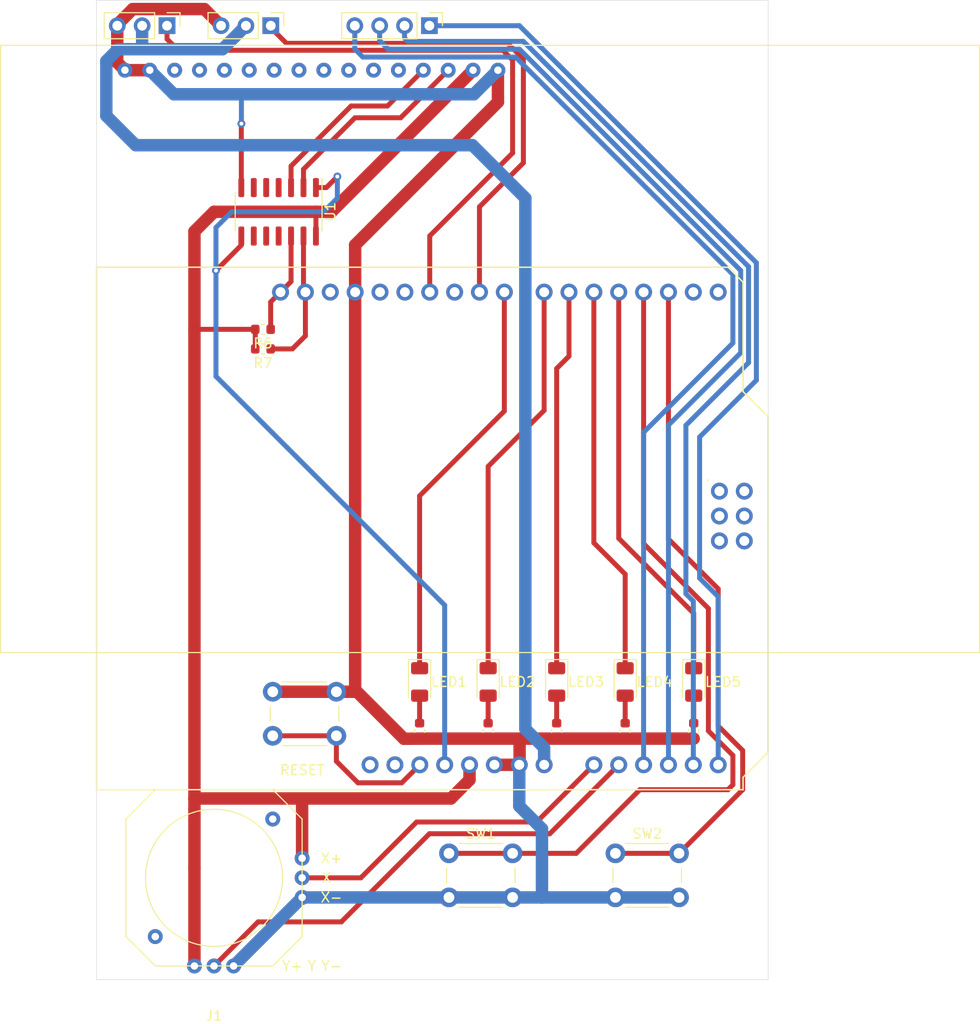
<source format=kicad_pcb>
(kicad_pcb (version 20171130) (host pcbnew 5.1.5)

  (general
    (thickness 1.6)
    (drawings 5)
    (tracks 193)
    (zones 0)
    (modules 22)
    (nets 59)
  )

  (page A4)
  (layers
    (0 F.Cu signal)
    (31 B.Cu signal)
    (32 B.Adhes user hide)
    (33 F.Adhes user hide)
    (34 B.Paste user hide)
    (35 F.Paste user hide)
    (36 B.SilkS user)
    (37 F.SilkS user)
    (38 B.Mask user)
    (39 F.Mask user)
    (40 Dwgs.User user hide)
    (41 Cmts.User user hide)
    (42 Eco1.User user hide)
    (43 Eco2.User user hide)
    (44 Edge.Cuts user)
    (45 Margin user hide)
    (46 B.CrtYd user)
    (47 F.CrtYd user)
    (48 B.Fab user hide)
    (49 F.Fab user hide)
  )

  (setup
    (last_trace_width 0.508)
    (user_trace_width 0.508)
    (user_trace_width 1.27)
    (trace_clearance 0.2)
    (zone_clearance 0.508)
    (zone_45_only no)
    (trace_min 0.2)
    (via_size 0.8)
    (via_drill 0.4)
    (via_min_size 0.4)
    (via_min_drill 0.3)
    (uvia_size 0.3)
    (uvia_drill 0.1)
    (uvias_allowed no)
    (uvia_min_size 0.2)
    (uvia_min_drill 0.1)
    (edge_width 0.05)
    (segment_width 0.2)
    (pcb_text_width 0.3)
    (pcb_text_size 1.5 1.5)
    (mod_edge_width 0.12)
    (mod_text_size 1 1)
    (mod_text_width 0.15)
    (pad_size 1.524 1.524)
    (pad_drill 0.762)
    (pad_to_mask_clearance 0.051)
    (solder_mask_min_width 0.25)
    (aux_axis_origin 0 0)
    (visible_elements FFFFFF7F)
    (pcbplotparams
      (layerselection 0x010f0_ffffffff)
      (usegerberextensions false)
      (usegerberattributes false)
      (usegerberadvancedattributes false)
      (creategerberjobfile false)
      (excludeedgelayer true)
      (linewidth 0.100000)
      (plotframeref false)
      (viasonmask false)
      (mode 1)
      (useauxorigin false)
      (hpglpennumber 1)
      (hpglpenspeed 20)
      (hpglpendiameter 15.000000)
      (psnegative false)
      (psa4output false)
      (plotreference true)
      (plotvalue true)
      (plotinvisibletext false)
      (padsonsilk false)
      (subtractmaskfromsilk false)
      (outputformat 1)
      (mirror false)
      (drillshape 0)
      (scaleselection 1)
      (outputdirectory "../gerber/"))
  )

  (net 0 "")
  (net 1 LED1)
  (net 2 LED2)
  (net 3 LED3)
  (net 4 LED4)
  (net 5 LED5)
  (net 6 5V)
  (net 7 Y)
  (net 8 GND)
  (net 9 X)
  (net 10 VIN)
  (net 11 SERVO2)
  (net 12 SERVO1)
  (net 13 X-)
  (net 14 Y+)
  (net 15 X+)
  (net 16 Y-)
  (net 17 SDA3V3)
  (net 18 SCL3V3)
  (net 19 "Net-(LCD1-Pad12)")
  (net 20 "Net-(LCD1-Pad11)")
  (net 21 "Net-(LCD1-Pad10)")
  (net 22 "Net-(LCD1-Pad9)")
  (net 23 "Net-(LCD1-Pad8)")
  (net 24 "Net-(LCD1-Pad7)")
  (net 25 "Net-(LCD1-Pad6)")
  (net 26 "Net-(LCD1-Pad5)")
  (net 27 "Net-(LCD1-Pad4)")
  (net 28 "Net-(LCD1-Pad3)")
  (net 29 BTN1)
  (net 30 BTN2)
  (net 31 RST)
  (net 32 SCL5)
  (net 33 SDA5)
  (net 34 "Net-(U1-Pad11)")
  (net 35 "Net-(U1-Pad10)")
  (net 36 "Net-(U1-Pad9)")
  (net 37 3V3)
  (net 38 "Net-(U1-Pad6)")
  (net 39 "Net-(U1-Pad5)")
  (net 40 "Net-(U1-Pad4)")
  (net 41 "Net-(XA1-PadMISO)")
  (net 42 "Net-(XA1-PadD12)")
  (net 43 "Net-(XA1-PadD13)")
  (net 44 "Net-(XA1-PadAREF)")
  (net 45 TX)
  (net 46 RX)
  (net 47 "Net-(XA1-PadIORF)")
  (net 48 "Net-(XA1-Pad5V2)")
  (net 49 "Net-(XA1-PadSCK)")
  (net 50 "Net-(XA1-PadMOSI)")
  (net 51 "Net-(XA1-PadGND4)")
  (net 52 "Net-(XA1-PadRST2)")
  (net 53 "Net-(LED1-Pad2)")
  (net 54 "Net-(LED2-Pad2)")
  (net 55 "Net-(LED3-Pad2)")
  (net 56 "Net-(LED4-Pad2)")
  (net 57 "Net-(LED5-Pad2)")
  (net 58 "Net-(XA1-PadD10)")

  (net_class Default "This is the default net class."
    (clearance 0.2)
    (trace_width 0.25)
    (via_dia 0.8)
    (via_drill 0.4)
    (uvia_dia 0.3)
    (uvia_drill 0.1)
    (add_net 3V3)
    (add_net 5V)
    (add_net BTN1)
    (add_net BTN2)
    (add_net GND)
    (add_net LED1)
    (add_net LED2)
    (add_net LED3)
    (add_net LED4)
    (add_net LED5)
    (add_net "Net-(LCD1-Pad10)")
    (add_net "Net-(LCD1-Pad11)")
    (add_net "Net-(LCD1-Pad12)")
    (add_net "Net-(LCD1-Pad3)")
    (add_net "Net-(LCD1-Pad4)")
    (add_net "Net-(LCD1-Pad5)")
    (add_net "Net-(LCD1-Pad6)")
    (add_net "Net-(LCD1-Pad7)")
    (add_net "Net-(LCD1-Pad8)")
    (add_net "Net-(LCD1-Pad9)")
    (add_net "Net-(LED1-Pad2)")
    (add_net "Net-(LED2-Pad2)")
    (add_net "Net-(LED3-Pad2)")
    (add_net "Net-(LED4-Pad2)")
    (add_net "Net-(LED5-Pad2)")
    (add_net "Net-(U1-Pad10)")
    (add_net "Net-(U1-Pad11)")
    (add_net "Net-(U1-Pad4)")
    (add_net "Net-(U1-Pad5)")
    (add_net "Net-(U1-Pad6)")
    (add_net "Net-(U1-Pad9)")
    (add_net "Net-(XA1-Pad5V2)")
    (add_net "Net-(XA1-PadAREF)")
    (add_net "Net-(XA1-PadD10)")
    (add_net "Net-(XA1-PadD12)")
    (add_net "Net-(XA1-PadD13)")
    (add_net "Net-(XA1-PadGND4)")
    (add_net "Net-(XA1-PadIORF)")
    (add_net "Net-(XA1-PadMISO)")
    (add_net "Net-(XA1-PadMOSI)")
    (add_net "Net-(XA1-PadRST2)")
    (add_net "Net-(XA1-PadSCK)")
    (add_net RST)
    (add_net RX)
    (add_net SCL3V3)
    (add_net SCL5)
    (add_net SDA3V3)
    (add_net SDA5)
    (add_net SERVO1)
    (add_net SERVO2)
    (add_net TX)
    (add_net VIN)
    (add_net X)
    (add_net X+)
    (add_net X-)
    (add_net Y)
    (add_net Y+)
    (add_net Y-)
  )

  (module Resistor_SMD:R_0603_1608Metric (layer F.Cu) (tedit 5B301BBD) (tstamp 5E625DF7)
    (at 82 69 180)
    (descr "Resistor SMD 0603 (1608 Metric), square (rectangular) end terminal, IPC_7351 nominal, (Body size source: http://www.tortai-tech.com/upload/download/2011102023233369053.pdf), generated with kicad-footprint-generator")
    (tags resistor)
    (path /5E722910)
    (attr smd)
    (fp_text reference R7 (at 0 -1.43) (layer F.SilkS)
      (effects (font (size 1 1) (thickness 0.15)))
    )
    (fp_text value 470 (at 0 1.43) (layer F.Fab)
      (effects (font (size 1 1) (thickness 0.15)))
    )
    (fp_text user %R (at 0 0) (layer F.Fab)
      (effects (font (size 0.4 0.4) (thickness 0.06)))
    )
    (fp_line (start 1.48 0.73) (end -1.48 0.73) (layer F.CrtYd) (width 0.05))
    (fp_line (start 1.48 -0.73) (end 1.48 0.73) (layer F.CrtYd) (width 0.05))
    (fp_line (start -1.48 -0.73) (end 1.48 -0.73) (layer F.CrtYd) (width 0.05))
    (fp_line (start -1.48 0.73) (end -1.48 -0.73) (layer F.CrtYd) (width 0.05))
    (fp_line (start -0.162779 0.51) (end 0.162779 0.51) (layer F.SilkS) (width 0.12))
    (fp_line (start -0.162779 -0.51) (end 0.162779 -0.51) (layer F.SilkS) (width 0.12))
    (fp_line (start 0.8 0.4) (end -0.8 0.4) (layer F.Fab) (width 0.1))
    (fp_line (start 0.8 -0.4) (end 0.8 0.4) (layer F.Fab) (width 0.1))
    (fp_line (start -0.8 -0.4) (end 0.8 -0.4) (layer F.Fab) (width 0.1))
    (fp_line (start -0.8 0.4) (end -0.8 -0.4) (layer F.Fab) (width 0.1))
    (pad 2 smd roundrect (at 0.7875 0 180) (size 0.875 0.95) (layers F.Cu F.Paste F.Mask) (roundrect_rratio 0.25)
      (net 6 5V))
    (pad 1 smd roundrect (at -0.7875 0 180) (size 0.875 0.95) (layers F.Cu F.Paste F.Mask) (roundrect_rratio 0.25)
      (net 33 SDA5))
    (model ${KISYS3DMOD}/Resistor_SMD.3dshapes/R_0603_1608Metric.wrl
      (at (xyz 0 0 0))
      (scale (xyz 1 1 1))
      (rotate (xyz 0 0 0))
    )
  )

  (module Resistor_SMD:R_0603_1608Metric (layer F.Cu) (tedit 5B301BBD) (tstamp 5E625DE6)
    (at 82 67 180)
    (descr "Resistor SMD 0603 (1608 Metric), square (rectangular) end terminal, IPC_7351 nominal, (Body size source: http://www.tortai-tech.com/upload/download/2011102023233369053.pdf), generated with kicad-footprint-generator")
    (tags resistor)
    (path /5E722109)
    (attr smd)
    (fp_text reference R6 (at 0 -1.43) (layer F.SilkS)
      (effects (font (size 1 1) (thickness 0.15)))
    )
    (fp_text value 470 (at 0 1.43) (layer F.Fab)
      (effects (font (size 1 1) (thickness 0.15)))
    )
    (fp_text user %R (at 0 0) (layer F.Fab)
      (effects (font (size 0.4 0.4) (thickness 0.06)))
    )
    (fp_line (start 1.48 0.73) (end -1.48 0.73) (layer F.CrtYd) (width 0.05))
    (fp_line (start 1.48 -0.73) (end 1.48 0.73) (layer F.CrtYd) (width 0.05))
    (fp_line (start -1.48 -0.73) (end 1.48 -0.73) (layer F.CrtYd) (width 0.05))
    (fp_line (start -1.48 0.73) (end -1.48 -0.73) (layer F.CrtYd) (width 0.05))
    (fp_line (start -0.162779 0.51) (end 0.162779 0.51) (layer F.SilkS) (width 0.12))
    (fp_line (start -0.162779 -0.51) (end 0.162779 -0.51) (layer F.SilkS) (width 0.12))
    (fp_line (start 0.8 0.4) (end -0.8 0.4) (layer F.Fab) (width 0.1))
    (fp_line (start 0.8 -0.4) (end 0.8 0.4) (layer F.Fab) (width 0.1))
    (fp_line (start -0.8 -0.4) (end 0.8 -0.4) (layer F.Fab) (width 0.1))
    (fp_line (start -0.8 0.4) (end -0.8 -0.4) (layer F.Fab) (width 0.1))
    (pad 2 smd roundrect (at 0.7875 0 180) (size 0.875 0.95) (layers F.Cu F.Paste F.Mask) (roundrect_rratio 0.25)
      (net 6 5V))
    (pad 1 smd roundrect (at -0.7875 0 180) (size 0.875 0.95) (layers F.Cu F.Paste F.Mask) (roundrect_rratio 0.25)
      (net 32 SCL5))
    (model ${KISYS3DMOD}/Resistor_SMD.3dshapes/R_0603_1608Metric.wrl
      (at (xyz 0 0 0))
      (scale (xyz 1 1 1))
      (rotate (xyz 0 0 0))
    )
  )

  (module footprints:LCD (layer F.Cu) (tedit 5E6177F2) (tstamp 5E61D63A)
    (at 105.2 69)
    (path /5E617F75)
    (fp_text reference LCD1 (at 0 11.5) (layer F.SilkS) hide
      (effects (font (size 1 1) (thickness 0.15)))
    )
    (fp_text value LCD (at 0 -11.5) (layer F.Fab)
      (effects (font (size 1 1) (thickness 0.15)))
    )
    (fp_text user TXO (at -9.36 -33.54 90) (layer F.SilkS) hide
      (effects (font (size 1 1) (thickness 0.15)))
    )
    (fp_text user RXI (at -11.9 -33.54 90) (layer F.SilkS) hide
      (effects (font (size 1 1) (thickness 0.15)))
    )
    (fp_text user GND (at 0.8 -33 90) (layer F.SilkS) hide
      (effects (font (size 1 1) (thickness 0.15)))
    )
    (fp_text user GND (at -34.76 -33.54 90) (layer F.SilkS) hide
      (effects (font (size 1 1) (thickness 0.15)))
    )
    (fp_text user RAW (at -1.74 -33.54 90) (layer F.SilkS) hide
      (effects (font (size 1 1) (thickness 0.15)))
    )
    (fp_text user SDA (at -4.28 -33.54 90) (layer F.SilkS) hide
      (effects (font (size 1 1) (thickness 0.15)))
    )
    (fp_text user SCL (at -6.82 -33.54 90) (layer F.SilkS) hide
      (effects (font (size 1 1) (thickness 0.15)))
    )
    (fp_text user /CS (at -14.44 -33.54 90) (layer F.SilkS) hide
      (effects (font (size 1 1) (thickness 0.15)))
    )
    (fp_text user SDI (at -16.98 -33.54 90) (layer F.SilkS) hide
      (effects (font (size 1 1) (thickness 0.15)))
    )
    (fp_text user SDO (at -19.52 -33.54 90) (layer F.SilkS) hide
      (effects (font (size 1 1) (thickness 0.15)))
    )
    (fp_text user SCK (at -22.06 -33.54 90) (layer F.SilkS) hide
      (effects (font (size 1 1) (thickness 0.15)))
    )
    (fp_text user DTR (at -24.6 -33.54 90) (layer F.SilkS) hide
      (effects (font (size 1 1) (thickness 0.15)))
    )
    (fp_text user TXO (at -27.14 -33.54 90) (layer F.SilkS) hide
      (effects (font (size 1 1) (thickness 0.15)))
    )
    (fp_text user RXI (at -29.68 -33.54 90) (layer F.SilkS) hide
      (effects (font (size 1 1) (thickness 0.15)))
    )
    (fp_text user VCC (at -32.22 -33.54 90) (layer F.SilkS) hide
      (effects (font (size 1 1) (thickness 0.15)))
    )
    (fp_text user GND (at -37.3 -33.54 90) (layer F.SilkS) hide
      (effects (font (size 1 1) (thickness 0.15)))
    )
    (fp_line (start -50 -31) (end -50 31) (layer F.SilkS) (width 0.12))
    (fp_line (start 50 -31) (end -50 -31) (layer F.SilkS) (width 0.12))
    (fp_line (start 50 31) (end 50 -31) (layer F.SilkS) (width 0.12))
    (fp_line (start -50 31) (end 50 31) (layer F.SilkS) (width 0.12))
    (pad 16 thru_hole circle (at 0.8 -28.46) (size 1.524 1.524) (drill 0.762) (layers *.Cu *.Mask)
      (net 8 GND))
    (pad 15 thru_hole circle (at -1.74 -28.46) (size 1.524 1.524) (drill 0.762) (layers *.Cu *.Mask)
      (net 6 5V))
    (pad 14 thru_hole circle (at -4.28 -28.46) (size 1.524 1.524) (drill 0.762) (layers *.Cu *.Mask)
      (net 17 SDA3V3))
    (pad 13 thru_hole circle (at -6.82 -28.46) (size 1.524 1.524) (drill 0.762) (layers *.Cu *.Mask)
      (net 18 SCL3V3))
    (pad 12 thru_hole circle (at -9.36 -28.46) (size 1.524 1.524) (drill 0.762) (layers *.Cu *.Mask)
      (net 19 "Net-(LCD1-Pad12)"))
    (pad 11 thru_hole circle (at -11.9 -28.46) (size 1.524 1.524) (drill 0.762) (layers *.Cu *.Mask)
      (net 20 "Net-(LCD1-Pad11)"))
    (pad 10 thru_hole circle (at -14.44 -28.46) (size 1.524 1.524) (drill 0.762) (layers *.Cu *.Mask)
      (net 21 "Net-(LCD1-Pad10)"))
    (pad 9 thru_hole circle (at -16.98 -28.46) (size 1.524 1.524) (drill 0.762) (layers *.Cu *.Mask)
      (net 22 "Net-(LCD1-Pad9)"))
    (pad 8 thru_hole circle (at -19.52 -28.46) (size 1.524 1.524) (drill 0.762) (layers *.Cu *.Mask)
      (net 23 "Net-(LCD1-Pad8)"))
    (pad 7 thru_hole circle (at -22.06 -28.46) (size 1.524 1.524) (drill 0.762) (layers *.Cu *.Mask)
      (net 24 "Net-(LCD1-Pad7)"))
    (pad 6 thru_hole circle (at -24.6 -28.46) (size 1.524 1.524) (drill 0.762) (layers *.Cu *.Mask)
      (net 25 "Net-(LCD1-Pad6)"))
    (pad 5 thru_hole circle (at -27.14 -28.46) (size 1.524 1.524) (drill 0.762) (layers *.Cu *.Mask)
      (net 26 "Net-(LCD1-Pad5)"))
    (pad 4 thru_hole circle (at -29.68 -28.46) (size 1.524 1.524) (drill 0.762) (layers *.Cu *.Mask)
      (net 27 "Net-(LCD1-Pad4)"))
    (pad 3 thru_hole circle (at -32.22 -28.46) (size 1.524 1.524) (drill 0.762) (layers *.Cu *.Mask)
      (net 28 "Net-(LCD1-Pad3)"))
    (pad 2 thru_hole circle (at -34.76 -28.46) (size 1.524 1.524) (drill 0.762) (layers *.Cu *.Mask)
      (net 8 GND))
    (pad 1 thru_hole circle (at -37.3 -28.46) (size 1.524 1.524) (drill 0.762) (layers *.Cu *.Mask)
      (net 8 GND))
  )

  (module Arduino:Arduino_Uno_Shield (layer F.Cu) (tedit 5A8605EC) (tstamp 5E627B8C)
    (at 65 114)
    (descr https://store.arduino.cc/arduino-uno-rev3)
    (path /5E619331)
    (fp_text reference XA1 (at 2.54 -54.356) (layer F.SilkS) hide
      (effects (font (size 1 1) (thickness 0.15)))
    )
    (fp_text value Arduino_Uno_Shield (at 15.494 -54.356) (layer F.Fab)
      (effects (font (size 1 1) (thickness 0.15)))
    )
    (fp_line (start 0 -53.34) (end 64.516 -53.34) (layer F.SilkS) (width 0.15))
    (fp_line (start 0 0) (end 66.04 0) (layer F.SilkS) (width 0.15))
    (fp_line (start 64.516 -53.34) (end 66.04 -51.816) (layer F.SilkS) (width 0.15))
    (fp_line (start 66.04 0) (end 66.04 -1.27) (layer F.SilkS) (width 0.15))
    (fp_line (start 66.04 -1.27) (end 68.58 -3.81) (layer F.SilkS) (width 0.15))
    (fp_line (start 68.58 -3.81) (end 68.58 -38.1) (layer F.SilkS) (width 0.15))
    (fp_line (start 68.58 -38.1) (end 66.04 -40.64) (layer F.SilkS) (width 0.15))
    (fp_line (start 66.04 -40.64) (end 66.04 -51.816) (layer F.SilkS) (width 0.15))
    (fp_line (start 0 -53.34) (end 0 0) (layer F.SilkS) (width 0.15))
    (fp_line (start -1.905 -12.065) (end 11.43 -12.065) (layer B.CrtYd) (width 0.15))
    (fp_line (start -1.905 -12.065) (end -1.905 -3.175) (layer B.CrtYd) (width 0.15))
    (fp_line (start -1.905 -3.175) (end 11.43 -3.175) (layer B.CrtYd) (width 0.15))
    (fp_line (start 11.43 -12.065) (end 11.43 -3.175) (layer B.CrtYd) (width 0.15))
    (fp_text user . (at 62.484 -32.004) (layer F.SilkS)
      (effects (font (size 1 1) (thickness 0.15)))
    )
    (fp_line (start -6.35 -43.815) (end -6.35 -32.385) (layer B.CrtYd) (width 0.15))
    (fp_line (start 9.525 -43.815) (end 9.525 -32.385) (layer B.CrtYd) (width 0.15))
    (fp_line (start 9.525 -43.815) (end -6.35 -43.815) (layer B.CrtYd) (width 0.15))
    (fp_line (start 9.525 -32.385) (end -6.35 -32.385) (layer B.CrtYd) (width 0.15))
    (pad MISO thru_hole oval (at 63.627 -30.48) (size 1.7272 1.7272) (drill 1.016) (layers *.Cu *.Mask)
      (net 41 "Net-(XA1-PadMISO)"))
    (pad A5 thru_hole oval (at 63.5 -2.54) (size 1.7272 1.7272) (drill 1.016) (layers *.Cu *.Mask)
      (net 16 Y-))
    (pad A4 thru_hole oval (at 60.96 -2.54) (size 1.7272 1.7272) (drill 1.016) (layers *.Cu *.Mask)
      (net 15 X+))
    (pad A3 thru_hole oval (at 58.42 -2.54) (size 1.7272 1.7272) (drill 1.016) (layers *.Cu *.Mask)
      (net 14 Y+))
    (pad A2 thru_hole oval (at 55.88 -2.54) (size 1.7272 1.7272) (drill 1.016) (layers *.Cu *.Mask)
      (net 13 X-))
    (pad A1 thru_hole oval (at 53.34 -2.54) (size 1.7272 1.7272) (drill 1.016) (layers *.Cu *.Mask)
      (net 7 Y))
    (pad "" thru_hole oval (at 27.94 -2.54) (size 1.7272 1.7272) (drill 1.016) (layers *.Cu *.Mask))
    (pad D11 thru_hole oval (at 34.036 -50.8) (size 1.7272 1.7272) (drill 1.016) (layers *.Cu *.Mask)
      (net 11 SERVO2))
    (pad D12 thru_hole oval (at 31.496 -50.8) (size 1.7272 1.7272) (drill 1.016) (layers *.Cu *.Mask)
      (net 42 "Net-(XA1-PadD12)"))
    (pad D13 thru_hole oval (at 28.956 -50.8) (size 1.7272 1.7272) (drill 1.016) (layers *.Cu *.Mask)
      (net 43 "Net-(XA1-PadD13)"))
    (pad AREF thru_hole oval (at 23.876 -50.8) (size 1.7272 1.7272) (drill 1.016) (layers *.Cu *.Mask)
      (net 44 "Net-(XA1-PadAREF)"))
    (pad SDA thru_hole oval (at 21.336 -50.8) (size 1.7272 1.7272) (drill 1.016) (layers *.Cu *.Mask)
      (net 33 SDA5))
    (pad SCL thru_hole oval (at 18.796 -50.8) (size 1.7272 1.7272) (drill 1.016) (layers *.Cu *.Mask)
      (net 32 SCL5))
    (pad "" np_thru_hole circle (at 13.97 -2.54) (size 3.2 3.2) (drill 3.2) (layers *.Cu *.Mask))
    (pad "" np_thru_hole circle (at 15.24 -50.8) (size 3.2 3.2) (drill 3.2) (layers *.Cu *.Mask))
    (pad "" np_thru_hole circle (at 66.04 -35.56) (size 3.2 3.2) (drill 3.2) (layers *.Cu *.Mask))
    (pad "" np_thru_hole circle (at 66.04 -7.62) (size 3.2 3.2) (drill 3.2) (layers *.Cu *.Mask))
    (pad D10 thru_hole oval (at 36.576 -50.8) (size 1.7272 1.7272) (drill 1.016) (layers *.Cu *.Mask)
      (net 58 "Net-(XA1-PadD10)"))
    (pad D9 thru_hole oval (at 39.116 -50.8) (size 1.7272 1.7272) (drill 1.016) (layers *.Cu *.Mask)
      (net 12 SERVO1))
    (pad D8 thru_hole oval (at 41.656 -50.8) (size 1.7272 1.7272) (drill 1.016) (layers *.Cu *.Mask)
      (net 1 LED1))
    (pad GND1 thru_hole oval (at 26.416 -50.8) (size 1.7272 1.7272) (drill 1.016) (layers *.Cu *.Mask)
      (net 8 GND))
    (pad D7 thru_hole oval (at 45.72 -50.8) (size 1.7272 1.7272) (drill 1.016) (layers *.Cu *.Mask)
      (net 2 LED2))
    (pad D6 thru_hole oval (at 48.26 -50.8) (size 1.7272 1.7272) (drill 1.016) (layers *.Cu *.Mask)
      (net 3 LED3))
    (pad D5 thru_hole oval (at 50.8 -50.8) (size 1.7272 1.7272) (drill 1.016) (layers *.Cu *.Mask)
      (net 4 LED4))
    (pad D4 thru_hole oval (at 53.34 -50.8) (size 1.7272 1.7272) (drill 1.016) (layers *.Cu *.Mask)
      (net 5 LED5))
    (pad D3 thru_hole oval (at 55.88 -50.8) (size 1.7272 1.7272) (drill 1.016) (layers *.Cu *.Mask)
      (net 29 BTN1))
    (pad D2 thru_hole oval (at 58.42 -50.8) (size 1.7272 1.7272) (drill 1.016) (layers *.Cu *.Mask)
      (net 30 BTN2))
    (pad D1 thru_hole oval (at 60.96 -50.8) (size 1.7272 1.7272) (drill 1.016) (layers *.Cu *.Mask)
      (net 45 TX))
    (pad D0 thru_hole oval (at 63.5 -50.8) (size 1.7272 1.7272) (drill 1.016) (layers *.Cu *.Mask)
      (net 46 RX))
    (pad IORF thru_hole oval (at 30.48 -2.54) (size 1.7272 1.7272) (drill 1.016) (layers *.Cu *.Mask)
      (net 47 "Net-(XA1-PadIORF)"))
    (pad RST1 thru_hole oval (at 33.02 -2.54) (size 1.7272 1.7272) (drill 1.016) (layers *.Cu *.Mask)
      (net 31 RST))
    (pad 3V3 thru_hole oval (at 35.56 -2.54) (size 1.7272 1.7272) (drill 1.016) (layers *.Cu *.Mask)
      (net 37 3V3))
    (pad 5V1 thru_hole oval (at 38.1 -2.54) (size 1.7272 1.7272) (drill 1.016) (layers *.Cu *.Mask)
      (net 6 5V))
    (pad GND2 thru_hole oval (at 40.64 -2.54) (size 1.7272 1.7272) (drill 1.016) (layers *.Cu *.Mask)
      (net 8 GND))
    (pad GND3 thru_hole oval (at 43.18 -2.54) (size 1.7272 1.7272) (drill 1.016) (layers *.Cu *.Mask)
      (net 8 GND))
    (pad VIN thru_hole oval (at 45.72 -2.54) (size 1.7272 1.7272) (drill 1.016) (layers *.Cu *.Mask)
      (net 10 VIN))
    (pad A0 thru_hole oval (at 50.8 -2.54) (size 1.7272 1.7272) (drill 1.016) (layers *.Cu *.Mask)
      (net 9 X))
    (pad 5V2 thru_hole oval (at 66.167 -30.48) (size 1.7272 1.7272) (drill 1.016) (layers *.Cu *.Mask)
      (net 48 "Net-(XA1-Pad5V2)"))
    (pad SCK thru_hole oval (at 63.627 -27.94) (size 1.7272 1.7272) (drill 1.016) (layers *.Cu *.Mask)
      (net 49 "Net-(XA1-PadSCK)"))
    (pad MOSI thru_hole oval (at 66.167 -27.94) (size 1.7272 1.7272) (drill 1.016) (layers *.Cu *.Mask)
      (net 50 "Net-(XA1-PadMOSI)"))
    (pad GND4 thru_hole oval (at 66.167 -25.4) (size 1.7272 1.7272) (drill 1.016) (layers *.Cu *.Mask)
      (net 51 "Net-(XA1-PadGND4)"))
    (pad RST2 thru_hole oval (at 63.627 -25.4) (size 1.7272 1.7272) (drill 1.016) (layers *.Cu *.Mask)
      (net 52 "Net-(XA1-PadRST2)"))
  )

  (module Package_SO:SOIC-14_3.9x8.7mm_P1.27mm (layer F.Cu) (tedit 5D9F72B1) (tstamp 5E61D70C)
    (at 83.6 55 270)
    (descr "SOIC, 14 Pin (JEDEC MS-012AB, https://www.analog.com/media/en/package-pcb-resources/package/pkg_pdf/soic_narrow-r/r_14.pdf), generated with kicad-footprint-generator ipc_gullwing_generator.py")
    (tags "SOIC SO")
    (path /5E6B15B7)
    (attr smd)
    (fp_text reference U1 (at 0 -5.28 90) (layer F.SilkS)
      (effects (font (size 1 1) (thickness 0.15)))
    )
    (fp_text value TXB0104D (at 0 5.28 90) (layer F.Fab)
      (effects (font (size 1 1) (thickness 0.15)))
    )
    (fp_line (start 3.7 -4.58) (end -3.7 -4.58) (layer F.CrtYd) (width 0.05))
    (fp_line (start 3.7 4.58) (end 3.7 -4.58) (layer F.CrtYd) (width 0.05))
    (fp_line (start -3.7 4.58) (end 3.7 4.58) (layer F.CrtYd) (width 0.05))
    (fp_line (start -3.7 -4.58) (end -3.7 4.58) (layer F.CrtYd) (width 0.05))
    (fp_line (start -1.95 -3.35) (end -0.975 -4.325) (layer F.Fab) (width 0.1))
    (fp_line (start -1.95 4.325) (end -1.95 -3.35) (layer F.Fab) (width 0.1))
    (fp_line (start 1.95 4.325) (end -1.95 4.325) (layer F.Fab) (width 0.1))
    (fp_line (start 1.95 -4.325) (end 1.95 4.325) (layer F.Fab) (width 0.1))
    (fp_line (start -0.975 -4.325) (end 1.95 -4.325) (layer F.Fab) (width 0.1))
    (fp_line (start 0 -4.435) (end -3.45 -4.435) (layer F.SilkS) (width 0.12))
    (fp_line (start 0 -4.435) (end 1.95 -4.435) (layer F.SilkS) (width 0.12))
    (fp_line (start 0 4.435) (end -1.95 4.435) (layer F.SilkS) (width 0.12))
    (fp_line (start 0 4.435) (end 1.95 4.435) (layer F.SilkS) (width 0.12))
    (pad 14 smd roundrect (at 2.475 -3.81 270) (size 1.95 0.6) (layers F.Cu F.Paste F.Mask) (roundrect_rratio 0.25)
      (net 6 5V))
    (pad 13 smd roundrect (at 2.475 -2.54 270) (size 1.95 0.6) (layers F.Cu F.Paste F.Mask) (roundrect_rratio 0.25)
      (net 33 SDA5))
    (pad 12 smd roundrect (at 2.475 -1.27 270) (size 1.95 0.6) (layers F.Cu F.Paste F.Mask) (roundrect_rratio 0.25)
      (net 32 SCL5))
    (pad 11 smd roundrect (at 2.475 0 270) (size 1.95 0.6) (layers F.Cu F.Paste F.Mask) (roundrect_rratio 0.25)
      (net 34 "Net-(U1-Pad11)"))
    (pad 10 smd roundrect (at 2.475 1.27 270) (size 1.95 0.6) (layers F.Cu F.Paste F.Mask) (roundrect_rratio 0.25)
      (net 35 "Net-(U1-Pad10)"))
    (pad 9 smd roundrect (at 2.475 2.54 270) (size 1.95 0.6) (layers F.Cu F.Paste F.Mask) (roundrect_rratio 0.25)
      (net 36 "Net-(U1-Pad9)"))
    (pad 8 smd roundrect (at 2.475 3.81 270) (size 1.95 0.6) (layers F.Cu F.Paste F.Mask) (roundrect_rratio 0.25)
      (net 37 3V3))
    (pad 7 smd roundrect (at -2.475 3.81 270) (size 1.95 0.6) (layers F.Cu F.Paste F.Mask) (roundrect_rratio 0.25)
      (net 8 GND))
    (pad 6 smd roundrect (at -2.475 2.54 270) (size 1.95 0.6) (layers F.Cu F.Paste F.Mask) (roundrect_rratio 0.25)
      (net 38 "Net-(U1-Pad6)"))
    (pad 5 smd roundrect (at -2.475 1.27 270) (size 1.95 0.6) (layers F.Cu F.Paste F.Mask) (roundrect_rratio 0.25)
      (net 39 "Net-(U1-Pad5)"))
    (pad 4 smd roundrect (at -2.475 0 270) (size 1.95 0.6) (layers F.Cu F.Paste F.Mask) (roundrect_rratio 0.25)
      (net 40 "Net-(U1-Pad4)"))
    (pad 3 smd roundrect (at -2.475 -1.27 270) (size 1.95 0.6) (layers F.Cu F.Paste F.Mask) (roundrect_rratio 0.25)
      (net 18 SCL3V3))
    (pad 2 smd roundrect (at -2.475 -2.54 270) (size 1.95 0.6) (layers F.Cu F.Paste F.Mask) (roundrect_rratio 0.25)
      (net 17 SDA3V3))
    (pad 1 smd roundrect (at -2.475 -3.81 270) (size 1.95 0.6) (layers F.Cu F.Paste F.Mask) (roundrect_rratio 0.25)
      (net 37 3V3))
    (model ${KISYS3DMOD}/Package_SO.3dshapes/SOIC-14_3.9x8.7mm_P1.27mm.wrl
      (at (xyz 0 0 0))
      (scale (xyz 1 1 1))
      (rotate (xyz 0 0 0))
    )
  )

  (module Button_Switch_THT:SW_PUSH_6mm (layer F.Cu) (tedit 5A02FE31) (tstamp 5E61D6EC)
    (at 89.5 108.5 180)
    (descr https://www.omron.com/ecb/products/pdf/en-b3f.pdf)
    (tags "tact sw push 6mm")
    (path /5E6351E2)
    (fp_text reference SW3 (at 3.25 -2) (layer F.SilkS) hide
      (effects (font (size 1 1) (thickness 0.15)))
    )
    (fp_text value SW_Push (at 3.75 6.7) (layer F.Fab)
      (effects (font (size 1 1) (thickness 0.15)))
    )
    (fp_circle (center 3.25 2.25) (end 1.25 2.5) (layer F.Fab) (width 0.1))
    (fp_line (start 6.75 3) (end 6.75 1.5) (layer F.SilkS) (width 0.12))
    (fp_line (start 5.5 -1) (end 1 -1) (layer F.SilkS) (width 0.12))
    (fp_line (start -0.25 1.5) (end -0.25 3) (layer F.SilkS) (width 0.12))
    (fp_line (start 1 5.5) (end 5.5 5.5) (layer F.SilkS) (width 0.12))
    (fp_line (start 8 -1.25) (end 8 5.75) (layer F.CrtYd) (width 0.05))
    (fp_line (start 7.75 6) (end -1.25 6) (layer F.CrtYd) (width 0.05))
    (fp_line (start -1.5 5.75) (end -1.5 -1.25) (layer F.CrtYd) (width 0.05))
    (fp_line (start -1.25 -1.5) (end 7.75 -1.5) (layer F.CrtYd) (width 0.05))
    (fp_line (start -1.5 6) (end -1.25 6) (layer F.CrtYd) (width 0.05))
    (fp_line (start -1.5 5.75) (end -1.5 6) (layer F.CrtYd) (width 0.05))
    (fp_line (start -1.5 -1.5) (end -1.25 -1.5) (layer F.CrtYd) (width 0.05))
    (fp_line (start -1.5 -1.25) (end -1.5 -1.5) (layer F.CrtYd) (width 0.05))
    (fp_line (start 8 -1.5) (end 8 -1.25) (layer F.CrtYd) (width 0.05))
    (fp_line (start 7.75 -1.5) (end 8 -1.5) (layer F.CrtYd) (width 0.05))
    (fp_line (start 8 6) (end 8 5.75) (layer F.CrtYd) (width 0.05))
    (fp_line (start 7.75 6) (end 8 6) (layer F.CrtYd) (width 0.05))
    (fp_line (start 0.25 -0.75) (end 3.25 -0.75) (layer F.Fab) (width 0.1))
    (fp_line (start 0.25 5.25) (end 0.25 -0.75) (layer F.Fab) (width 0.1))
    (fp_line (start 6.25 5.25) (end 0.25 5.25) (layer F.Fab) (width 0.1))
    (fp_line (start 6.25 -0.75) (end 6.25 5.25) (layer F.Fab) (width 0.1))
    (fp_line (start 3.25 -0.75) (end 6.25 -0.75) (layer F.Fab) (width 0.1))
    (fp_text user %R (at 3.25 2.25) (layer F.Fab)
      (effects (font (size 1 1) (thickness 0.15)))
    )
    (pad 1 thru_hole circle (at 6.5 0 270) (size 2 2) (drill 1.1) (layers *.Cu *.Mask)
      (net 31 RST))
    (pad 2 thru_hole circle (at 6.5 4.5 270) (size 2 2) (drill 1.1) (layers *.Cu *.Mask)
      (net 8 GND))
    (pad 1 thru_hole circle (at 0 0 270) (size 2 2) (drill 1.1) (layers *.Cu *.Mask)
      (net 31 RST))
    (pad 2 thru_hole circle (at 0 4.5 270) (size 2 2) (drill 1.1) (layers *.Cu *.Mask)
      (net 8 GND))
    (model ${KISYS3DMOD}/Button_Switch_THT.3dshapes/SW_PUSH_6mm.wrl
      (at (xyz 0 0 0))
      (scale (xyz 1 1 1))
      (rotate (xyz 0 0 0))
    )
  )

  (module Button_Switch_THT:SW_PUSH_6mm (layer F.Cu) (tedit 5A02FE31) (tstamp 5E61D6CD)
    (at 118 120.5)
    (descr https://www.omron.com/ecb/products/pdf/en-b3f.pdf)
    (tags "tact sw push 6mm")
    (path /5E61869D)
    (fp_text reference SW2 (at 3.25 -2) (layer F.SilkS)
      (effects (font (size 1 1) (thickness 0.15)))
    )
    (fp_text value SW_Push (at 3.75 6.7) (layer F.Fab)
      (effects (font (size 1 1) (thickness 0.15)))
    )
    (fp_circle (center 3.25 2.25) (end 1.25 2.5) (layer F.Fab) (width 0.1))
    (fp_line (start 6.75 3) (end 6.75 1.5) (layer F.SilkS) (width 0.12))
    (fp_line (start 5.5 -1) (end 1 -1) (layer F.SilkS) (width 0.12))
    (fp_line (start -0.25 1.5) (end -0.25 3) (layer F.SilkS) (width 0.12))
    (fp_line (start 1 5.5) (end 5.5 5.5) (layer F.SilkS) (width 0.12))
    (fp_line (start 8 -1.25) (end 8 5.75) (layer F.CrtYd) (width 0.05))
    (fp_line (start 7.75 6) (end -1.25 6) (layer F.CrtYd) (width 0.05))
    (fp_line (start -1.5 5.75) (end -1.5 -1.25) (layer F.CrtYd) (width 0.05))
    (fp_line (start -1.25 -1.5) (end 7.75 -1.5) (layer F.CrtYd) (width 0.05))
    (fp_line (start -1.5 6) (end -1.25 6) (layer F.CrtYd) (width 0.05))
    (fp_line (start -1.5 5.75) (end -1.5 6) (layer F.CrtYd) (width 0.05))
    (fp_line (start -1.5 -1.5) (end -1.25 -1.5) (layer F.CrtYd) (width 0.05))
    (fp_line (start -1.5 -1.25) (end -1.5 -1.5) (layer F.CrtYd) (width 0.05))
    (fp_line (start 8 -1.5) (end 8 -1.25) (layer F.CrtYd) (width 0.05))
    (fp_line (start 7.75 -1.5) (end 8 -1.5) (layer F.CrtYd) (width 0.05))
    (fp_line (start 8 6) (end 8 5.75) (layer F.CrtYd) (width 0.05))
    (fp_line (start 7.75 6) (end 8 6) (layer F.CrtYd) (width 0.05))
    (fp_line (start 0.25 -0.75) (end 3.25 -0.75) (layer F.Fab) (width 0.1))
    (fp_line (start 0.25 5.25) (end 0.25 -0.75) (layer F.Fab) (width 0.1))
    (fp_line (start 6.25 5.25) (end 0.25 5.25) (layer F.Fab) (width 0.1))
    (fp_line (start 6.25 -0.75) (end 6.25 5.25) (layer F.Fab) (width 0.1))
    (fp_line (start 3.25 -0.75) (end 6.25 -0.75) (layer F.Fab) (width 0.1))
    (fp_text user %R (at 3.25 2.25) (layer F.Fab)
      (effects (font (size 1 1) (thickness 0.15)))
    )
    (pad 1 thru_hole circle (at 6.5 0 90) (size 2 2) (drill 1.1) (layers *.Cu *.Mask)
      (net 30 BTN2))
    (pad 2 thru_hole circle (at 6.5 4.5 90) (size 2 2) (drill 1.1) (layers *.Cu *.Mask)
      (net 8 GND))
    (pad 1 thru_hole circle (at 0 0 90) (size 2 2) (drill 1.1) (layers *.Cu *.Mask)
      (net 30 BTN2))
    (pad 2 thru_hole circle (at 0 4.5 90) (size 2 2) (drill 1.1) (layers *.Cu *.Mask)
      (net 8 GND))
    (model ${KISYS3DMOD}/Button_Switch_THT.3dshapes/SW_PUSH_6mm.wrl
      (at (xyz 0 0 0))
      (scale (xyz 1 1 1))
      (rotate (xyz 0 0 0))
    )
  )

  (module Button_Switch_THT:SW_PUSH_6mm (layer F.Cu) (tedit 5A02FE31) (tstamp 5E61D6AE)
    (at 101 120.5)
    (descr https://www.omron.com/ecb/products/pdf/en-b3f.pdf)
    (tags "tact sw push 6mm")
    (path /5E62B1E9)
    (fp_text reference SW1 (at 3.25 -2) (layer F.SilkS)
      (effects (font (size 1 1) (thickness 0.15)))
    )
    (fp_text value SW_Push (at 3.75 6.7) (layer F.Fab)
      (effects (font (size 1 1) (thickness 0.15)))
    )
    (fp_circle (center 3.25 2.25) (end 1.25 2.5) (layer F.Fab) (width 0.1))
    (fp_line (start 6.75 3) (end 6.75 1.5) (layer F.SilkS) (width 0.12))
    (fp_line (start 5.5 -1) (end 1 -1) (layer F.SilkS) (width 0.12))
    (fp_line (start -0.25 1.5) (end -0.25 3) (layer F.SilkS) (width 0.12))
    (fp_line (start 1 5.5) (end 5.5 5.5) (layer F.SilkS) (width 0.12))
    (fp_line (start 8 -1.25) (end 8 5.75) (layer F.CrtYd) (width 0.05))
    (fp_line (start 7.75 6) (end -1.25 6) (layer F.CrtYd) (width 0.05))
    (fp_line (start -1.5 5.75) (end -1.5 -1.25) (layer F.CrtYd) (width 0.05))
    (fp_line (start -1.25 -1.5) (end 7.75 -1.5) (layer F.CrtYd) (width 0.05))
    (fp_line (start -1.5 6) (end -1.25 6) (layer F.CrtYd) (width 0.05))
    (fp_line (start -1.5 5.75) (end -1.5 6) (layer F.CrtYd) (width 0.05))
    (fp_line (start -1.5 -1.5) (end -1.25 -1.5) (layer F.CrtYd) (width 0.05))
    (fp_line (start -1.5 -1.25) (end -1.5 -1.5) (layer F.CrtYd) (width 0.05))
    (fp_line (start 8 -1.5) (end 8 -1.25) (layer F.CrtYd) (width 0.05))
    (fp_line (start 7.75 -1.5) (end 8 -1.5) (layer F.CrtYd) (width 0.05))
    (fp_line (start 8 6) (end 8 5.75) (layer F.CrtYd) (width 0.05))
    (fp_line (start 7.75 6) (end 8 6) (layer F.CrtYd) (width 0.05))
    (fp_line (start 0.25 -0.75) (end 3.25 -0.75) (layer F.Fab) (width 0.1))
    (fp_line (start 0.25 5.25) (end 0.25 -0.75) (layer F.Fab) (width 0.1))
    (fp_line (start 6.25 5.25) (end 0.25 5.25) (layer F.Fab) (width 0.1))
    (fp_line (start 6.25 -0.75) (end 6.25 5.25) (layer F.Fab) (width 0.1))
    (fp_line (start 3.25 -0.75) (end 6.25 -0.75) (layer F.Fab) (width 0.1))
    (fp_text user %R (at 3.25 2.25) (layer F.Fab)
      (effects (font (size 1 1) (thickness 0.15)))
    )
    (pad 1 thru_hole circle (at 6.5 0 90) (size 2 2) (drill 1.1) (layers *.Cu *.Mask)
      (net 29 BTN1))
    (pad 2 thru_hole circle (at 6.5 4.5 90) (size 2 2) (drill 1.1) (layers *.Cu *.Mask)
      (net 8 GND))
    (pad 1 thru_hole circle (at 0 0 90) (size 2 2) (drill 1.1) (layers *.Cu *.Mask)
      (net 29 BTN1))
    (pad 2 thru_hole circle (at 0 4.5 90) (size 2 2) (drill 1.1) (layers *.Cu *.Mask)
      (net 8 GND))
    (model ${KISYS3DMOD}/Button_Switch_THT.3dshapes/SW_PUSH_6mm.wrl
      (at (xyz 0 0 0))
      (scale (xyz 1 1 1))
      (rotate (xyz 0 0 0))
    )
  )

  (module Resistor_SMD:R_0603_1608Metric (layer F.Cu) (tedit 5B301BBD) (tstamp 5E61D68F)
    (at 126 108 270)
    (descr "Resistor SMD 0603 (1608 Metric), square (rectangular) end terminal, IPC_7351 nominal, (Body size source: http://www.tortai-tech.com/upload/download/2011102023233369053.pdf), generated with kicad-footprint-generator")
    (tags resistor)
    (path /5E651B49)
    (attr smd)
    (fp_text reference R5 (at 0 -1.43 90) (layer F.SilkS) hide
      (effects (font (size 1 1) (thickness 0.15)))
    )
    (fp_text value 250 (at 0 1.43 90) (layer F.Fab)
      (effects (font (size 1 1) (thickness 0.15)))
    )
    (fp_line (start 1.48 0.73) (end -1.48 0.73) (layer F.CrtYd) (width 0.05))
    (fp_line (start 1.48 -0.73) (end 1.48 0.73) (layer F.CrtYd) (width 0.05))
    (fp_line (start -1.48 -0.73) (end 1.48 -0.73) (layer F.CrtYd) (width 0.05))
    (fp_line (start -1.48 0.73) (end -1.48 -0.73) (layer F.CrtYd) (width 0.05))
    (fp_line (start -0.162779 0.51) (end 0.162779 0.51) (layer F.SilkS) (width 0.12))
    (fp_line (start -0.162779 -0.51) (end 0.162779 -0.51) (layer F.SilkS) (width 0.12))
    (fp_line (start 0.8 0.4) (end -0.8 0.4) (layer F.Fab) (width 0.1))
    (fp_line (start 0.8 -0.4) (end 0.8 0.4) (layer F.Fab) (width 0.1))
    (fp_line (start -0.8 -0.4) (end 0.8 -0.4) (layer F.Fab) (width 0.1))
    (fp_line (start -0.8 0.4) (end -0.8 -0.4) (layer F.Fab) (width 0.1))
    (pad 2 smd roundrect (at 0.7875 0 270) (size 0.875 0.95) (layers F.Cu F.Paste F.Mask) (roundrect_rratio 0.25)
      (net 8 GND))
    (pad 1 smd roundrect (at -0.7875 0 270) (size 0.875 0.95) (layers F.Cu F.Paste F.Mask) (roundrect_rratio 0.25)
      (net 57 "Net-(LED5-Pad2)"))
    (model ${KISYS3DMOD}/Resistor_SMD.3dshapes/R_0603_1608Metric.wrl
      (at (xyz 0 0 0))
      (scale (xyz 1 1 1))
      (rotate (xyz 0 0 0))
    )
  )

  (module Resistor_SMD:R_0603_1608Metric (layer F.Cu) (tedit 5B301BBD) (tstamp 5E61D67E)
    (at 119 108 270)
    (descr "Resistor SMD 0603 (1608 Metric), square (rectangular) end terminal, IPC_7351 nominal, (Body size source: http://www.tortai-tech.com/upload/download/2011102023233369053.pdf), generated with kicad-footprint-generator")
    (tags resistor)
    (path /5E63833D)
    (attr smd)
    (fp_text reference R4 (at 0 -1.43 90) (layer F.SilkS) hide
      (effects (font (size 1 1) (thickness 0.15)))
    )
    (fp_text value 250 (at 0 1.43 90) (layer F.Fab)
      (effects (font (size 1 1) (thickness 0.15)))
    )
    (fp_line (start 1.48 0.73) (end -1.48 0.73) (layer F.CrtYd) (width 0.05))
    (fp_line (start 1.48 -0.73) (end 1.48 0.73) (layer F.CrtYd) (width 0.05))
    (fp_line (start -1.48 -0.73) (end 1.48 -0.73) (layer F.CrtYd) (width 0.05))
    (fp_line (start -1.48 0.73) (end -1.48 -0.73) (layer F.CrtYd) (width 0.05))
    (fp_line (start -0.162779 0.51) (end 0.162779 0.51) (layer F.SilkS) (width 0.12))
    (fp_line (start -0.162779 -0.51) (end 0.162779 -0.51) (layer F.SilkS) (width 0.12))
    (fp_line (start 0.8 0.4) (end -0.8 0.4) (layer F.Fab) (width 0.1))
    (fp_line (start 0.8 -0.4) (end 0.8 0.4) (layer F.Fab) (width 0.1))
    (fp_line (start -0.8 -0.4) (end 0.8 -0.4) (layer F.Fab) (width 0.1))
    (fp_line (start -0.8 0.4) (end -0.8 -0.4) (layer F.Fab) (width 0.1))
    (pad 2 smd roundrect (at 0.7875 0 270) (size 0.875 0.95) (layers F.Cu F.Paste F.Mask) (roundrect_rratio 0.25)
      (net 8 GND))
    (pad 1 smd roundrect (at -0.7875 0 270) (size 0.875 0.95) (layers F.Cu F.Paste F.Mask) (roundrect_rratio 0.25)
      (net 56 "Net-(LED4-Pad2)"))
    (model ${KISYS3DMOD}/Resistor_SMD.3dshapes/R_0603_1608Metric.wrl
      (at (xyz 0 0 0))
      (scale (xyz 1 1 1))
      (rotate (xyz 0 0 0))
    )
  )

  (module Resistor_SMD:R_0603_1608Metric (layer F.Cu) (tedit 5B301BBD) (tstamp 5E61D66D)
    (at 112 108 270)
    (descr "Resistor SMD 0603 (1608 Metric), square (rectangular) end terminal, IPC_7351 nominal, (Body size source: http://www.tortai-tech.com/upload/download/2011102023233369053.pdf), generated with kicad-footprint-generator")
    (tags resistor)
    (path /5E650648)
    (attr smd)
    (fp_text reference R3 (at 0 -1.43 90) (layer F.SilkS) hide
      (effects (font (size 1 1) (thickness 0.15)))
    )
    (fp_text value 250 (at 0 1.43 90) (layer F.Fab)
      (effects (font (size 1 1) (thickness 0.15)))
    )
    (fp_line (start 1.48 0.73) (end -1.48 0.73) (layer F.CrtYd) (width 0.05))
    (fp_line (start 1.48 -0.73) (end 1.48 0.73) (layer F.CrtYd) (width 0.05))
    (fp_line (start -1.48 -0.73) (end 1.48 -0.73) (layer F.CrtYd) (width 0.05))
    (fp_line (start -1.48 0.73) (end -1.48 -0.73) (layer F.CrtYd) (width 0.05))
    (fp_line (start -0.162779 0.51) (end 0.162779 0.51) (layer F.SilkS) (width 0.12))
    (fp_line (start -0.162779 -0.51) (end 0.162779 -0.51) (layer F.SilkS) (width 0.12))
    (fp_line (start 0.8 0.4) (end -0.8 0.4) (layer F.Fab) (width 0.1))
    (fp_line (start 0.8 -0.4) (end 0.8 0.4) (layer F.Fab) (width 0.1))
    (fp_line (start -0.8 -0.4) (end 0.8 -0.4) (layer F.Fab) (width 0.1))
    (fp_line (start -0.8 0.4) (end -0.8 -0.4) (layer F.Fab) (width 0.1))
    (pad 2 smd roundrect (at 0.7875 0 270) (size 0.875 0.95) (layers F.Cu F.Paste F.Mask) (roundrect_rratio 0.25)
      (net 8 GND))
    (pad 1 smd roundrect (at -0.7875 0 270) (size 0.875 0.95) (layers F.Cu F.Paste F.Mask) (roundrect_rratio 0.25)
      (net 55 "Net-(LED3-Pad2)"))
    (model ${KISYS3DMOD}/Resistor_SMD.3dshapes/R_0603_1608Metric.wrl
      (at (xyz 0 0 0))
      (scale (xyz 1 1 1))
      (rotate (xyz 0 0 0))
    )
  )

  (module Resistor_SMD:R_0603_1608Metric (layer F.Cu) (tedit 5B301BBD) (tstamp 5E61D65C)
    (at 105 108 270)
    (descr "Resistor SMD 0603 (1608 Metric), square (rectangular) end terminal, IPC_7351 nominal, (Body size source: http://www.tortai-tech.com/upload/download/2011102023233369053.pdf), generated with kicad-footprint-generator")
    (tags resistor)
    (path /5E650A0B)
    (attr smd)
    (fp_text reference R2 (at 0 -1.43 90) (layer F.SilkS) hide
      (effects (font (size 1 1) (thickness 0.15)))
    )
    (fp_text value 250 (at 0 1.43 90) (layer F.Fab)
      (effects (font (size 1 1) (thickness 0.15)))
    )
    (fp_line (start 1.48 0.73) (end -1.48 0.73) (layer F.CrtYd) (width 0.05))
    (fp_line (start 1.48 -0.73) (end 1.48 0.73) (layer F.CrtYd) (width 0.05))
    (fp_line (start -1.48 -0.73) (end 1.48 -0.73) (layer F.CrtYd) (width 0.05))
    (fp_line (start -1.48 0.73) (end -1.48 -0.73) (layer F.CrtYd) (width 0.05))
    (fp_line (start -0.162779 0.51) (end 0.162779 0.51) (layer F.SilkS) (width 0.12))
    (fp_line (start -0.162779 -0.51) (end 0.162779 -0.51) (layer F.SilkS) (width 0.12))
    (fp_line (start 0.8 0.4) (end -0.8 0.4) (layer F.Fab) (width 0.1))
    (fp_line (start 0.8 -0.4) (end 0.8 0.4) (layer F.Fab) (width 0.1))
    (fp_line (start -0.8 -0.4) (end 0.8 -0.4) (layer F.Fab) (width 0.1))
    (fp_line (start -0.8 0.4) (end -0.8 -0.4) (layer F.Fab) (width 0.1))
    (pad 2 smd roundrect (at 0.7875 0 270) (size 0.875 0.95) (layers F.Cu F.Paste F.Mask) (roundrect_rratio 0.25)
      (net 8 GND))
    (pad 1 smd roundrect (at -0.7875 0 270) (size 0.875 0.95) (layers F.Cu F.Paste F.Mask) (roundrect_rratio 0.25)
      (net 54 "Net-(LED2-Pad2)"))
    (model ${KISYS3DMOD}/Resistor_SMD.3dshapes/R_0603_1608Metric.wrl
      (at (xyz 0 0 0))
      (scale (xyz 1 1 1))
      (rotate (xyz 0 0 0))
    )
  )

  (module Resistor_SMD:R_0603_1608Metric (layer F.Cu) (tedit 5B301BBD) (tstamp 5E61D64B)
    (at 98 108 270)
    (descr "Resistor SMD 0603 (1608 Metric), square (rectangular) end terminal, IPC_7351 nominal, (Body size source: http://www.tortai-tech.com/upload/download/2011102023233369053.pdf), generated with kicad-footprint-generator")
    (tags resistor)
    (path /5E651297)
    (attr smd)
    (fp_text reference R1 (at 0 -1.43 90) (layer F.SilkS) hide
      (effects (font (size 1 1) (thickness 0.15)))
    )
    (fp_text value 250 (at 0 1.43 90) (layer F.Fab)
      (effects (font (size 1 1) (thickness 0.15)))
    )
    (fp_line (start 1.48 0.73) (end -1.48 0.73) (layer F.CrtYd) (width 0.05))
    (fp_line (start 1.48 -0.73) (end 1.48 0.73) (layer F.CrtYd) (width 0.05))
    (fp_line (start -1.48 -0.73) (end 1.48 -0.73) (layer F.CrtYd) (width 0.05))
    (fp_line (start -1.48 0.73) (end -1.48 -0.73) (layer F.CrtYd) (width 0.05))
    (fp_line (start -0.162779 0.51) (end 0.162779 0.51) (layer F.SilkS) (width 0.12))
    (fp_line (start -0.162779 -0.51) (end 0.162779 -0.51) (layer F.SilkS) (width 0.12))
    (fp_line (start 0.8 0.4) (end -0.8 0.4) (layer F.Fab) (width 0.1))
    (fp_line (start 0.8 -0.4) (end 0.8 0.4) (layer F.Fab) (width 0.1))
    (fp_line (start -0.8 -0.4) (end 0.8 -0.4) (layer F.Fab) (width 0.1))
    (fp_line (start -0.8 0.4) (end -0.8 -0.4) (layer F.Fab) (width 0.1))
    (pad 2 smd roundrect (at 0.7875 0 270) (size 0.875 0.95) (layers F.Cu F.Paste F.Mask) (roundrect_rratio 0.25)
      (net 8 GND))
    (pad 1 smd roundrect (at -0.7875 0 270) (size 0.875 0.95) (layers F.Cu F.Paste F.Mask) (roundrect_rratio 0.25)
      (net 53 "Net-(LED1-Pad2)"))
    (model ${KISYS3DMOD}/Resistor_SMD.3dshapes/R_0603_1608Metric.wrl
      (at (xyz 0 0 0))
      (scale (xyz 1 1 1))
      (rotate (xyz 0 0 0))
    )
  )

  (module Connector_PinHeader_2.54mm:PinHeader_1x04_P2.54mm_Vertical (layer F.Cu) (tedit 59FED5CC) (tstamp 5E61D612)
    (at 99 36 270)
    (descr "Through hole straight pin header, 1x04, 2.54mm pitch, single row")
    (tags "Through hole pin header THT 1x04 2.54mm single row")
    (path /5E676C5D)
    (fp_text reference J4 (at 0 -2.33 90) (layer F.SilkS) hide
      (effects (font (size 1 1) (thickness 0.15)))
    )
    (fp_text value Conn_01x04 (at 0 9.95 90) (layer F.Fab)
      (effects (font (size 1 1) (thickness 0.15)))
    )
    (fp_text user %R (at 0 3.81) (layer F.Fab)
      (effects (font (size 1 1) (thickness 0.15)))
    )
    (fp_line (start 1.8 -1.8) (end -1.8 -1.8) (layer F.CrtYd) (width 0.05))
    (fp_line (start 1.8 9.4) (end 1.8 -1.8) (layer F.CrtYd) (width 0.05))
    (fp_line (start -1.8 9.4) (end 1.8 9.4) (layer F.CrtYd) (width 0.05))
    (fp_line (start -1.8 -1.8) (end -1.8 9.4) (layer F.CrtYd) (width 0.05))
    (fp_line (start -1.33 -1.33) (end 0 -1.33) (layer F.SilkS) (width 0.12))
    (fp_line (start -1.33 0) (end -1.33 -1.33) (layer F.SilkS) (width 0.12))
    (fp_line (start -1.33 1.27) (end 1.33 1.27) (layer F.SilkS) (width 0.12))
    (fp_line (start 1.33 1.27) (end 1.33 8.95) (layer F.SilkS) (width 0.12))
    (fp_line (start -1.33 1.27) (end -1.33 8.95) (layer F.SilkS) (width 0.12))
    (fp_line (start -1.33 8.95) (end 1.33 8.95) (layer F.SilkS) (width 0.12))
    (fp_line (start -1.27 -0.635) (end -0.635 -1.27) (layer F.Fab) (width 0.1))
    (fp_line (start -1.27 8.89) (end -1.27 -0.635) (layer F.Fab) (width 0.1))
    (fp_line (start 1.27 8.89) (end -1.27 8.89) (layer F.Fab) (width 0.1))
    (fp_line (start 1.27 -1.27) (end 1.27 8.89) (layer F.Fab) (width 0.1))
    (fp_line (start -0.635 -1.27) (end 1.27 -1.27) (layer F.Fab) (width 0.1))
    (pad 4 thru_hole oval (at 0 7.62 270) (size 1.7 1.7) (drill 1) (layers *.Cu *.Mask)
      (net 13 X-))
    (pad 3 thru_hole oval (at 0 5.08 270) (size 1.7 1.7) (drill 1) (layers *.Cu *.Mask)
      (net 14 Y+))
    (pad 2 thru_hole oval (at 0 2.54 270) (size 1.7 1.7) (drill 1) (layers *.Cu *.Mask)
      (net 15 X+))
    (pad 1 thru_hole rect (at 0 0 270) (size 1.7 1.7) (drill 1) (layers *.Cu *.Mask)
      (net 16 Y-))
    (model ${KISYS3DMOD}/Connector_PinHeader_2.54mm.3dshapes/PinHeader_1x04_P2.54mm_Vertical.wrl
      (at (xyz 0 0 0))
      (scale (xyz 1 1 1))
      (rotate (xyz 0 0 0))
    )
  )

  (module Connector_PinHeader_2.54mm:PinHeader_1x03_P2.54mm_Vertical (layer F.Cu) (tedit 59FED5CC) (tstamp 5E61D5FA)
    (at 82.8 36 270)
    (descr "Through hole straight pin header, 1x03, 2.54mm pitch, single row")
    (tags "Through hole pin header THT 1x03 2.54mm single row")
    (path /5E676FD2)
    (fp_text reference J3 (at 0 -2.33 90) (layer F.SilkS) hide
      (effects (font (size 1 1) (thickness 0.15)))
    )
    (fp_text value Conn_01x03 (at 0 7.41 90) (layer F.Fab)
      (effects (font (size 1 1) (thickness 0.15)))
    )
    (fp_text user %R (at 0 2.54) (layer F.Fab)
      (effects (font (size 1 1) (thickness 0.15)))
    )
    (fp_line (start 1.8 -1.8) (end -1.8 -1.8) (layer F.CrtYd) (width 0.05))
    (fp_line (start 1.8 6.85) (end 1.8 -1.8) (layer F.CrtYd) (width 0.05))
    (fp_line (start -1.8 6.85) (end 1.8 6.85) (layer F.CrtYd) (width 0.05))
    (fp_line (start -1.8 -1.8) (end -1.8 6.85) (layer F.CrtYd) (width 0.05))
    (fp_line (start -1.33 -1.33) (end 0 -1.33) (layer F.SilkS) (width 0.12))
    (fp_line (start -1.33 0) (end -1.33 -1.33) (layer F.SilkS) (width 0.12))
    (fp_line (start -1.33 1.27) (end 1.33 1.27) (layer F.SilkS) (width 0.12))
    (fp_line (start 1.33 1.27) (end 1.33 6.41) (layer F.SilkS) (width 0.12))
    (fp_line (start -1.33 1.27) (end -1.33 6.41) (layer F.SilkS) (width 0.12))
    (fp_line (start -1.33 6.41) (end 1.33 6.41) (layer F.SilkS) (width 0.12))
    (fp_line (start -1.27 -0.635) (end -0.635 -1.27) (layer F.Fab) (width 0.1))
    (fp_line (start -1.27 6.35) (end -1.27 -0.635) (layer F.Fab) (width 0.1))
    (fp_line (start 1.27 6.35) (end -1.27 6.35) (layer F.Fab) (width 0.1))
    (fp_line (start 1.27 -1.27) (end 1.27 6.35) (layer F.Fab) (width 0.1))
    (fp_line (start -0.635 -1.27) (end 1.27 -1.27) (layer F.Fab) (width 0.1))
    (pad 3 thru_hole oval (at 0 5.08 270) (size 1.7 1.7) (drill 1) (layers *.Cu *.Mask)
      (net 8 GND))
    (pad 2 thru_hole oval (at 0 2.54 270) (size 1.7 1.7) (drill 1) (layers *.Cu *.Mask)
      (net 10 VIN))
    (pad 1 thru_hole rect (at 0 0 270) (size 1.7 1.7) (drill 1) (layers *.Cu *.Mask)
      (net 12 SERVO1))
    (model ${KISYS3DMOD}/Connector_PinHeader_2.54mm.3dshapes/PinHeader_1x03_P2.54mm_Vertical.wrl
      (at (xyz 0 0 0))
      (scale (xyz 1 1 1))
      (rotate (xyz 0 0 0))
    )
  )

  (module Connector_PinHeader_2.54mm:PinHeader_1x03_P2.54mm_Vertical (layer F.Cu) (tedit 59FED5CC) (tstamp 5E61D5E3)
    (at 72.2 36 270)
    (descr "Through hole straight pin header, 1x03, 2.54mm pitch, single row")
    (tags "Through hole pin header THT 1x03 2.54mm single row")
    (path /5E67B088)
    (fp_text reference J2 (at 0 -2.33 90) (layer F.SilkS) hide
      (effects (font (size 1 1) (thickness 0.15)))
    )
    (fp_text value Conn_01x03 (at 0 7.41 90) (layer F.Fab)
      (effects (font (size 1 1) (thickness 0.15)))
    )
    (fp_text user %R (at 0 2.54) (layer F.Fab)
      (effects (font (size 1 1) (thickness 0.15)))
    )
    (fp_line (start 1.8 -1.8) (end -1.8 -1.8) (layer F.CrtYd) (width 0.05))
    (fp_line (start 1.8 6.85) (end 1.8 -1.8) (layer F.CrtYd) (width 0.05))
    (fp_line (start -1.8 6.85) (end 1.8 6.85) (layer F.CrtYd) (width 0.05))
    (fp_line (start -1.8 -1.8) (end -1.8 6.85) (layer F.CrtYd) (width 0.05))
    (fp_line (start -1.33 -1.33) (end 0 -1.33) (layer F.SilkS) (width 0.12))
    (fp_line (start -1.33 0) (end -1.33 -1.33) (layer F.SilkS) (width 0.12))
    (fp_line (start -1.33 1.27) (end 1.33 1.27) (layer F.SilkS) (width 0.12))
    (fp_line (start 1.33 1.27) (end 1.33 6.41) (layer F.SilkS) (width 0.12))
    (fp_line (start -1.33 1.27) (end -1.33 6.41) (layer F.SilkS) (width 0.12))
    (fp_line (start -1.33 6.41) (end 1.33 6.41) (layer F.SilkS) (width 0.12))
    (fp_line (start -1.27 -0.635) (end -0.635 -1.27) (layer F.Fab) (width 0.1))
    (fp_line (start -1.27 6.35) (end -1.27 -0.635) (layer F.Fab) (width 0.1))
    (fp_line (start 1.27 6.35) (end -1.27 6.35) (layer F.Fab) (width 0.1))
    (fp_line (start 1.27 -1.27) (end 1.27 6.35) (layer F.Fab) (width 0.1))
    (fp_line (start -0.635 -1.27) (end 1.27 -1.27) (layer F.Fab) (width 0.1))
    (pad 3 thru_hole oval (at 0 5.08 270) (size 1.7 1.7) (drill 1) (layers *.Cu *.Mask)
      (net 8 GND))
    (pad 2 thru_hole oval (at 0 2.54 270) (size 1.7 1.7) (drill 1) (layers *.Cu *.Mask)
      (net 10 VIN))
    (pad 1 thru_hole rect (at 0 0 270) (size 1.7 1.7) (drill 1) (layers *.Cu *.Mask)
      (net 11 SERVO2))
    (model ${KISYS3DMOD}/Connector_PinHeader_2.54mm.3dshapes/PinHeader_1x03_P2.54mm_Vertical.wrl
      (at (xyz 0 0 0))
      (scale (xyz 1 1 1))
      (rotate (xyz 0 0 0))
    )
  )

  (module footprints:joystick (layer F.Cu) (tedit 5E6175AD) (tstamp 5E61D5CC)
    (at 77 123)
    (path /5E618266)
    (fp_text reference J1 (at 0 14.097) (layer F.SilkS)
      (effects (font (size 1 1) (thickness 0.15)))
    )
    (fp_text value joystick (at 0 -6.985) (layer F.Fab)
      (effects (font (size 1 1) (thickness 0.15)))
    )
    (fp_text user Y- (at 12 9 180) (layer F.SilkS)
      (effects (font (size 1 1) (thickness 0.15)))
    )
    (fp_text user Y (at 10 9 180) (layer F.SilkS)
      (effects (font (size 1 1) (thickness 0.15)))
    )
    (fp_text user Y+ (at 8 9) (layer F.SilkS)
      (effects (font (size 1 1) (thickness 0.15)))
    )
    (fp_text user X- (at 12 2) (layer F.SilkS)
      (effects (font (size 1 1) (thickness 0.15)))
    )
    (fp_text user X (at 11.5 0) (layer F.SilkS)
      (effects (font (size 1 1) (thickness 0.15)))
    )
    (fp_text user X+ (at 12 -2) (layer F.SilkS)
      (effects (font (size 1 1) (thickness 0.15)))
    )
    (fp_line (start 6 9) (end 9 6) (layer F.SilkS) (width 0.12))
    (fp_line (start -6 9) (end 6 9) (layer F.SilkS) (width 0.12))
    (fp_line (start -9 6) (end -6 9) (layer F.SilkS) (width 0.12))
    (fp_line (start -9 -6) (end -9 6) (layer F.SilkS) (width 0.12))
    (fp_line (start -6 -9) (end -9 -6) (layer F.SilkS) (width 0.12))
    (fp_line (start 6 -9) (end -6 -9) (layer F.SilkS) (width 0.12))
    (fp_line (start 9 -6) (end 6 -9) (layer F.SilkS) (width 0.12))
    (fp_line (start 9 6) (end 9 -6) (layer F.SilkS) (width 0.12))
    (fp_circle (center 0 0) (end 7 0) (layer F.SilkS) (width 0.12))
    (pad "" np_thru_hole circle (at -6 6) (size 1.524 1.524) (drill 0.762) (layers *.Cu *.Mask))
    (pad "" np_thru_hole circle (at 6 -6) (size 1.524 1.524) (drill 0.762) (layers *.Cu *.Mask))
    (pad 6 thru_hole circle (at -2 9) (size 1.524 1.524) (drill 0.762) (layers *.Cu *.Mask)
      (net 6 5V))
    (pad 5 thru_hole circle (at 0 9) (size 1.524 1.524) (drill 0.762) (layers *.Cu *.Mask)
      (net 7 Y))
    (pad 4 thru_hole circle (at 2 9) (size 1.524 1.524) (drill 0.762) (layers *.Cu *.Mask)
      (net 8 GND))
    (pad 3 thru_hole circle (at 9 2) (size 1.524 1.524) (drill 0.762) (layers *.Cu *.Mask)
      (net 8 GND))
    (pad 2 thru_hole circle (at 9 0) (size 1.524 1.524) (drill 0.762) (layers *.Cu *.Mask)
      (net 9 X))
    (pad 1 thru_hole circle (at 9 -2) (size 1.524 1.524) (drill 0.762) (layers *.Cu *.Mask)
      (net 6 5V))
  )

  (module LED_SMD:LED_1206_3216Metric (layer F.Cu) (tedit 5B301BBE) (tstamp 5E61D5B1)
    (at 126 103 270)
    (descr "LED SMD 1206 (3216 Metric), square (rectangular) end terminal, IPC_7351 nominal, (Body size source: http://www.tortai-tech.com/upload/download/2011102023233369053.pdf), generated with kicad-footprint-generator")
    (tags diode)
    (path /5E651B43)
    (attr smd)
    (fp_text reference LED5 (at 0 -3 180) (layer F.SilkS)
      (effects (font (size 1 1) (thickness 0.15)))
    )
    (fp_text value LED (at 0 1.82 90) (layer F.Fab)
      (effects (font (size 1 1) (thickness 0.15)))
    )
    (fp_line (start 2.28 1.12) (end -2.28 1.12) (layer F.CrtYd) (width 0.05))
    (fp_line (start 2.28 -1.12) (end 2.28 1.12) (layer F.CrtYd) (width 0.05))
    (fp_line (start -2.28 -1.12) (end 2.28 -1.12) (layer F.CrtYd) (width 0.05))
    (fp_line (start -2.28 1.12) (end -2.28 -1.12) (layer F.CrtYd) (width 0.05))
    (fp_line (start -2.285 1.135) (end 1.6 1.135) (layer F.SilkS) (width 0.12))
    (fp_line (start -2.285 -1.135) (end -2.285 1.135) (layer F.SilkS) (width 0.12))
    (fp_line (start 1.6 -1.135) (end -2.285 -1.135) (layer F.SilkS) (width 0.12))
    (fp_line (start 1.6 0.8) (end 1.6 -0.8) (layer F.Fab) (width 0.1))
    (fp_line (start -1.6 0.8) (end 1.6 0.8) (layer F.Fab) (width 0.1))
    (fp_line (start -1.6 -0.4) (end -1.6 0.8) (layer F.Fab) (width 0.1))
    (fp_line (start -1.2 -0.8) (end -1.6 -0.4) (layer F.Fab) (width 0.1))
    (fp_line (start 1.6 -0.8) (end -1.2 -0.8) (layer F.Fab) (width 0.1))
    (pad 2 smd roundrect (at 1.4 0 270) (size 1.25 1.75) (layers F.Cu F.Paste F.Mask) (roundrect_rratio 0.2)
      (net 57 "Net-(LED5-Pad2)"))
    (pad 1 smd roundrect (at -1.4 0 270) (size 1.25 1.75) (layers F.Cu F.Paste F.Mask) (roundrect_rratio 0.2)
      (net 5 LED5))
    (model ${KISYS3DMOD}/LED_SMD.3dshapes/LED_1206_3216Metric.wrl
      (at (xyz 0 0 0))
      (scale (xyz 1 1 1))
      (rotate (xyz 0 0 0))
    )
  )

  (module LED_SMD:LED_1206_3216Metric (layer F.Cu) (tedit 5B301BBE) (tstamp 5E61D59E)
    (at 119 103 270)
    (descr "LED SMD 1206 (3216 Metric), square (rectangular) end terminal, IPC_7351 nominal, (Body size source: http://www.tortai-tech.com/upload/download/2011102023233369053.pdf), generated with kicad-footprint-generator")
    (tags diode)
    (path /5E638337)
    (attr smd)
    (fp_text reference LED4 (at 0 -3 180) (layer F.SilkS)
      (effects (font (size 1 1) (thickness 0.15)))
    )
    (fp_text value LED (at 0 1.82 90) (layer F.Fab)
      (effects (font (size 1 1) (thickness 0.15)))
    )
    (fp_line (start 2.28 1.12) (end -2.28 1.12) (layer F.CrtYd) (width 0.05))
    (fp_line (start 2.28 -1.12) (end 2.28 1.12) (layer F.CrtYd) (width 0.05))
    (fp_line (start -2.28 -1.12) (end 2.28 -1.12) (layer F.CrtYd) (width 0.05))
    (fp_line (start -2.28 1.12) (end -2.28 -1.12) (layer F.CrtYd) (width 0.05))
    (fp_line (start -2.285 1.135) (end 1.6 1.135) (layer F.SilkS) (width 0.12))
    (fp_line (start -2.285 -1.135) (end -2.285 1.135) (layer F.SilkS) (width 0.12))
    (fp_line (start 1.6 -1.135) (end -2.285 -1.135) (layer F.SilkS) (width 0.12))
    (fp_line (start 1.6 0.8) (end 1.6 -0.8) (layer F.Fab) (width 0.1))
    (fp_line (start -1.6 0.8) (end 1.6 0.8) (layer F.Fab) (width 0.1))
    (fp_line (start -1.6 -0.4) (end -1.6 0.8) (layer F.Fab) (width 0.1))
    (fp_line (start -1.2 -0.8) (end -1.6 -0.4) (layer F.Fab) (width 0.1))
    (fp_line (start 1.6 -0.8) (end -1.2 -0.8) (layer F.Fab) (width 0.1))
    (pad 2 smd roundrect (at 1.4 0 270) (size 1.25 1.75) (layers F.Cu F.Paste F.Mask) (roundrect_rratio 0.2)
      (net 56 "Net-(LED4-Pad2)"))
    (pad 1 smd roundrect (at -1.4 0 270) (size 1.25 1.75) (layers F.Cu F.Paste F.Mask) (roundrect_rratio 0.2)
      (net 4 LED4))
    (model ${KISYS3DMOD}/LED_SMD.3dshapes/LED_1206_3216Metric.wrl
      (at (xyz 0 0 0))
      (scale (xyz 1 1 1))
      (rotate (xyz 0 0 0))
    )
  )

  (module LED_SMD:LED_1206_3216Metric (layer F.Cu) (tedit 5B301BBE) (tstamp 5E61D58B)
    (at 112 103 270)
    (descr "LED SMD 1206 (3216 Metric), square (rectangular) end terminal, IPC_7351 nominal, (Body size source: http://www.tortai-tech.com/upload/download/2011102023233369053.pdf), generated with kicad-footprint-generator")
    (tags diode)
    (path /5E650642)
    (attr smd)
    (fp_text reference LED3 (at 0 -3 180) (layer F.SilkS)
      (effects (font (size 1 1) (thickness 0.15)))
    )
    (fp_text value LED (at 0 1.82 90) (layer F.Fab)
      (effects (font (size 1 1) (thickness 0.15)))
    )
    (fp_line (start 2.28 1.12) (end -2.28 1.12) (layer F.CrtYd) (width 0.05))
    (fp_line (start 2.28 -1.12) (end 2.28 1.12) (layer F.CrtYd) (width 0.05))
    (fp_line (start -2.28 -1.12) (end 2.28 -1.12) (layer F.CrtYd) (width 0.05))
    (fp_line (start -2.28 1.12) (end -2.28 -1.12) (layer F.CrtYd) (width 0.05))
    (fp_line (start -2.285 1.135) (end 1.6 1.135) (layer F.SilkS) (width 0.12))
    (fp_line (start -2.285 -1.135) (end -2.285 1.135) (layer F.SilkS) (width 0.12))
    (fp_line (start 1.6 -1.135) (end -2.285 -1.135) (layer F.SilkS) (width 0.12))
    (fp_line (start 1.6 0.8) (end 1.6 -0.8) (layer F.Fab) (width 0.1))
    (fp_line (start -1.6 0.8) (end 1.6 0.8) (layer F.Fab) (width 0.1))
    (fp_line (start -1.6 -0.4) (end -1.6 0.8) (layer F.Fab) (width 0.1))
    (fp_line (start -1.2 -0.8) (end -1.6 -0.4) (layer F.Fab) (width 0.1))
    (fp_line (start 1.6 -0.8) (end -1.2 -0.8) (layer F.Fab) (width 0.1))
    (pad 2 smd roundrect (at 1.4 0 270) (size 1.25 1.75) (layers F.Cu F.Paste F.Mask) (roundrect_rratio 0.2)
      (net 55 "Net-(LED3-Pad2)"))
    (pad 1 smd roundrect (at -1.4 0 270) (size 1.25 1.75) (layers F.Cu F.Paste F.Mask) (roundrect_rratio 0.2)
      (net 3 LED3))
    (model ${KISYS3DMOD}/LED_SMD.3dshapes/LED_1206_3216Metric.wrl
      (at (xyz 0 0 0))
      (scale (xyz 1 1 1))
      (rotate (xyz 0 0 0))
    )
  )

  (module LED_SMD:LED_1206_3216Metric (layer F.Cu) (tedit 5B301BBE) (tstamp 5E61D578)
    (at 105 103 270)
    (descr "LED SMD 1206 (3216 Metric), square (rectangular) end terminal, IPC_7351 nominal, (Body size source: http://www.tortai-tech.com/upload/download/2011102023233369053.pdf), generated with kicad-footprint-generator")
    (tags diode)
    (path /5E650A05)
    (attr smd)
    (fp_text reference LED2 (at 0 -3 180) (layer F.SilkS)
      (effects (font (size 1 1) (thickness 0.15)))
    )
    (fp_text value LED (at 0 1.82 90) (layer F.Fab)
      (effects (font (size 1 1) (thickness 0.15)))
    )
    (fp_line (start 2.28 1.12) (end -2.28 1.12) (layer F.CrtYd) (width 0.05))
    (fp_line (start 2.28 -1.12) (end 2.28 1.12) (layer F.CrtYd) (width 0.05))
    (fp_line (start -2.28 -1.12) (end 2.28 -1.12) (layer F.CrtYd) (width 0.05))
    (fp_line (start -2.28 1.12) (end -2.28 -1.12) (layer F.CrtYd) (width 0.05))
    (fp_line (start -2.285 1.135) (end 1.6 1.135) (layer F.SilkS) (width 0.12))
    (fp_line (start -2.285 -1.135) (end -2.285 1.135) (layer F.SilkS) (width 0.12))
    (fp_line (start 1.6 -1.135) (end -2.285 -1.135) (layer F.SilkS) (width 0.12))
    (fp_line (start 1.6 0.8) (end 1.6 -0.8) (layer F.Fab) (width 0.1))
    (fp_line (start -1.6 0.8) (end 1.6 0.8) (layer F.Fab) (width 0.1))
    (fp_line (start -1.6 -0.4) (end -1.6 0.8) (layer F.Fab) (width 0.1))
    (fp_line (start -1.2 -0.8) (end -1.6 -0.4) (layer F.Fab) (width 0.1))
    (fp_line (start 1.6 -0.8) (end -1.2 -0.8) (layer F.Fab) (width 0.1))
    (pad 2 smd roundrect (at 1.4 0 270) (size 1.25 1.75) (layers F.Cu F.Paste F.Mask) (roundrect_rratio 0.2)
      (net 54 "Net-(LED2-Pad2)"))
    (pad 1 smd roundrect (at -1.4 0 270) (size 1.25 1.75) (layers F.Cu F.Paste F.Mask) (roundrect_rratio 0.2)
      (net 2 LED2))
    (model ${KISYS3DMOD}/LED_SMD.3dshapes/LED_1206_3216Metric.wrl
      (at (xyz 0 0 0))
      (scale (xyz 1 1 1))
      (rotate (xyz 0 0 0))
    )
  )

  (module LED_SMD:LED_1206_3216Metric (layer F.Cu) (tedit 5B301BBE) (tstamp 5E61D565)
    (at 98 103 270)
    (descr "LED SMD 1206 (3216 Metric), square (rectangular) end terminal, IPC_7351 nominal, (Body size source: http://www.tortai-tech.com/upload/download/2011102023233369053.pdf), generated with kicad-footprint-generator")
    (tags diode)
    (path /5E651291)
    (attr smd)
    (fp_text reference LED1 (at 0 -3) (layer F.SilkS)
      (effects (font (size 1 1) (thickness 0.15)))
    )
    (fp_text value LED (at 0 1.82 90) (layer F.Fab)
      (effects (font (size 1 1) (thickness 0.15)))
    )
    (fp_line (start 2.28 1.12) (end -2.28 1.12) (layer F.CrtYd) (width 0.05))
    (fp_line (start 2.28 -1.12) (end 2.28 1.12) (layer F.CrtYd) (width 0.05))
    (fp_line (start -2.28 -1.12) (end 2.28 -1.12) (layer F.CrtYd) (width 0.05))
    (fp_line (start -2.28 1.12) (end -2.28 -1.12) (layer F.CrtYd) (width 0.05))
    (fp_line (start -2.285 1.135) (end 1.6 1.135) (layer F.SilkS) (width 0.12))
    (fp_line (start -2.285 -1.135) (end -2.285 1.135) (layer F.SilkS) (width 0.12))
    (fp_line (start 1.6 -1.135) (end -2.285 -1.135) (layer F.SilkS) (width 0.12))
    (fp_line (start 1.6 0.8) (end 1.6 -0.8) (layer F.Fab) (width 0.1))
    (fp_line (start -1.6 0.8) (end 1.6 0.8) (layer F.Fab) (width 0.1))
    (fp_line (start -1.6 -0.4) (end -1.6 0.8) (layer F.Fab) (width 0.1))
    (fp_line (start -1.2 -0.8) (end -1.6 -0.4) (layer F.Fab) (width 0.1))
    (fp_line (start 1.6 -0.8) (end -1.2 -0.8) (layer F.Fab) (width 0.1))
    (pad 2 smd roundrect (at 1.4 0 270) (size 1.25 1.75) (layers F.Cu F.Paste F.Mask) (roundrect_rratio 0.2)
      (net 53 "Net-(LED1-Pad2)"))
    (pad 1 smd roundrect (at -1.4 0 270) (size 1.25 1.75) (layers F.Cu F.Paste F.Mask) (roundrect_rratio 0.2)
      (net 1 LED1))
    (model ${KISYS3DMOD}/LED_SMD.3dshapes/LED_1206_3216Metric.wrl
      (at (xyz 0 0 0))
      (scale (xyz 1 1 1))
      (rotate (xyz 0 0 0))
    )
  )

  (gr_text "RESET\n" (at 86 112) (layer F.SilkS)
    (effects (font (size 1 1) (thickness 0.15)))
  )
  (gr_line (start 133.6 33.4) (end 65 33.4) (layer Edge.Cuts) (width 0.05) (tstamp 5E624EB7))
  (gr_line (start 133.6 133.4) (end 133.6 33.4) (layer Edge.Cuts) (width 0.05) (tstamp 5E627203))
  (gr_line (start 65 133.4) (end 133.6 133.4) (layer Edge.Cuts) (width 0.05))
  (gr_line (start 65 33.4) (end 65 133.4) (layer Edge.Cuts) (width 0.05))

  (segment (start 98 107.2125) (end 98 104.4) (width 0.508) (layer F.Cu) (net 53))
  (segment (start 98 101.6) (end 98 84) (width 0.508) (layer F.Cu) (net 1))
  (segment (start 106.656 75.344) (end 106.656 63.2) (width 0.508) (layer F.Cu) (net 1))
  (segment (start 98 84) (end 106.656 75.344) (width 0.508) (layer F.Cu) (net 1))
  (segment (start 105 107.2125) (end 105 104.4) (width 0.508) (layer F.Cu) (net 54))
  (segment (start 105 101.6) (end 105 81) (width 0.508) (layer F.Cu) (net 2))
  (segment (start 110.72 75.28) (end 110.72 63.2) (width 0.508) (layer F.Cu) (net 2))
  (segment (start 105 81) (end 110.72 75.28) (width 0.508) (layer F.Cu) (net 2))
  (segment (start 112 107.2125) (end 112 104.4) (width 0.508) (layer F.Cu) (net 55))
  (segment (start 112 101.6) (end 112 71) (width 0.508) (layer F.Cu) (net 3))
  (segment (start 113.26 69.74) (end 113.26 63.2) (width 0.508) (layer F.Cu) (net 3))
  (segment (start 112 71) (end 113.26 69.74) (width 0.508) (layer F.Cu) (net 3))
  (segment (start 119 107.2125) (end 119 104.4) (width 0.508) (layer F.Cu) (net 56))
  (segment (start 119 101.6) (end 119 92) (width 0.508) (layer F.Cu) (net 4))
  (segment (start 115.8 88.8) (end 115.8 63.2) (width 0.508) (layer F.Cu) (net 4))
  (segment (start 119 92) (end 115.8 88.8) (width 0.508) (layer F.Cu) (net 4))
  (segment (start 126 107.2125) (end 126 104.4) (width 0.508) (layer F.Cu) (net 57))
  (segment (start 126 101.6) (end 126 96) (width 0.508) (layer F.Cu) (net 5))
  (segment (start 118.34 88.34) (end 118.34 63.2) (width 0.508) (layer F.Cu) (net 5))
  (segment (start 126 96) (end 118.34 88.34) (width 0.508) (layer F.Cu) (net 5))
  (segment (start 75 122) (end 75 116) (width 1.27) (layer F.Cu) (net 6))
  (segment (start 81.2125 69) (end 81.2125 67) (width 0.508) (layer F.Cu) (net 6))
  (segment (start 81.2125 67) (end 75 67) (width 0.508) (layer F.Cu) (net 6))
  (segment (start 75 122) (end 75 132) (width 1.27) (layer F.Cu) (net 6))
  (segment (start 103.1 111.46) (end 103.1 113) (width 1.27) (layer F.Cu) (net 6))
  (segment (start 103.1 113) (end 101.2 114.9) (width 1.27) (layer F.Cu) (net 6))
  (segment (start 75 116) (end 75 114.9) (width 1.27) (layer F.Cu) (net 6))
  (segment (start 75 114.9) (end 75 67) (width 1.27) (layer F.Cu) (net 6))
  (segment (start 86 121) (end 86 115.3) (width 1.27) (layer F.Cu) (net 6))
  (segment (start 101.2 114.9) (end 86.4 114.9) (width 1.27) (layer F.Cu) (net 6))
  (segment (start 86.4 114.9) (end 75 114.9) (width 1.27) (layer F.Cu) (net 6))
  (segment (start 89 55) (end 103.46 40.54) (width 1.27) (layer F.Cu) (net 6))
  (segment (start 75 67) (end 75 57) (width 1.27) (layer F.Cu) (net 6))
  (segment (start 75 57) (end 77 55) (width 1.27) (layer F.Cu) (net 6))
  (segment (start 87.41 55.01) (end 87.4 55) (width 0.508) (layer F.Cu) (net 6))
  (segment (start 87.41 57.475) (end 87.41 55.01) (width 0.508) (layer F.Cu) (net 6))
  (segment (start 77 55) (end 87.4 55) (width 1.27) (layer F.Cu) (net 6))
  (segment (start 87.4 55) (end 89 55) (width 1.27) (layer F.Cu) (net 6))
  (segment (start 111.3 118.5) (end 118.34 111.46) (width 0.508) (layer F.Cu) (net 7))
  (segment (start 90 127.5) (end 99 118.5) (width 0.508) (layer F.Cu) (net 7))
  (segment (start 99 118.5) (end 111.3 118.5) (width 0.508) (layer F.Cu) (net 7))
  (segment (start 81.5 127.5) (end 77 132) (width 0.508) (layer F.Cu) (net 7))
  (segment (start 90 127.5) (end 81.5 127.5) (width 0.508) (layer F.Cu) (net 7))
  (segment (start 105.64 111.46) (end 108.18 111.46) (width 1.27) (layer F.Cu) (net 8))
  (segment (start 89.5 104) (end 83 104) (width 1.27) (layer F.Cu) (net 8))
  (segment (start 108.2125 111.4275) (end 108.18 111.46) (width 1.27) (layer F.Cu) (net 8))
  (segment (start 108.2125 108.7875) (end 108.2125 111.4275) (width 1.27) (layer F.Cu) (net 8))
  (segment (start 108.2125 108.7875) (end 126 108.7875) (width 1.27) (layer F.Cu) (net 8))
  (segment (start 98 108.7875) (end 108.2125 108.7875) (width 1.27) (layer F.Cu) (net 8))
  (segment (start 110.5 118) (end 108.18 115.68) (width 1.27) (layer B.Cu) (net 8))
  (segment (start 110.5 125) (end 110.5 118) (width 1.27) (layer B.Cu) (net 8))
  (segment (start 110.5 125) (end 124.5 125) (width 1.27) (layer B.Cu) (net 8))
  (segment (start 101 125) (end 110.5 125) (width 1.27) (layer B.Cu) (net 8))
  (via (at 79.8 46) (size 0.8) (drill 0.4) (layers F.Cu B.Cu) (net 8))
  (segment (start 79.79 52.525) (end 79.79 46.01) (width 0.508) (layer F.Cu) (net 8))
  (segment (start 79.79 46.01) (end 79.8 46) (width 0.508) (layer F.Cu) (net 8))
  (segment (start 79.8 46) (end 79.8 43) (width 0.508) (layer B.Cu) (net 8))
  (segment (start 67.24 36.12) (end 67.12 36) (width 1.27) (layer F.Cu) (net 8))
  (segment (start 67.12 36) (end 67.12 35.88) (width 1.27) (layer F.Cu) (net 8))
  (segment (start 67.12 35.88) (end 68.7 34.3) (width 1.27) (layer F.Cu) (net 8))
  (segment (start 76.02 34.3) (end 77.72 36) (width 1.27) (layer F.Cu) (net 8))
  (segment (start 68.7 34.3) (end 76.02 34.3) (width 1.27) (layer F.Cu) (net 8))
  (segment (start 108.18 115.68) (end 108.18 111.46) (width 1.27) (layer B.Cu) (net 8))
  (segment (start 101 125) (end 86 125) (width 1.27) (layer B.Cu) (net 8))
  (segment (start 86 125) (end 79 132) (width 1.27) (layer B.Cu) (net 8))
  (segment (start 103.54 43) (end 106 40.54) (width 1.27) (layer B.Cu) (net 8))
  (segment (start 79.8 43) (end 103.54 43) (width 1.27) (layer B.Cu) (net 8))
  (segment (start 67.12 39.76) (end 67.9 40.54) (width 1.27) (layer F.Cu) (net 8))
  (segment (start 67.12 36) (end 67.12 39.76) (width 1.27) (layer F.Cu) (net 8))
  (segment (start 67.9 40.54) (end 70.44 40.54) (width 1.27) (layer F.Cu) (net 8))
  (segment (start 72.9 43) (end 70.44 40.54) (width 1.27) (layer B.Cu) (net 8))
  (segment (start 79.8 43) (end 72.9 43) (width 1.27) (layer B.Cu) (net 8))
  (segment (start 91.416 63.2) (end 91.416 58.384) (width 1.27) (layer F.Cu) (net 8))
  (segment (start 106 43.8) (end 106 40.54) (width 1.27) (layer F.Cu) (net 8))
  (segment (start 91.416 58.384) (end 106 43.8) (width 1.27) (layer F.Cu) (net 8))
  (segment (start 91.416 63.2) (end 91.416 103.816) (width 1.27) (layer F.Cu) (net 8))
  (segment (start 91.416 103.816) (end 96.4 108.8) (width 1.27) (layer F.Cu) (net 8))
  (segment (start 96.4 108.8) (end 98 108.7875) (width 1.27) (layer F.Cu) (net 8))
  (segment (start 91.232 104) (end 91.416 103.816) (width 1.27) (layer F.Cu) (net 8))
  (segment (start 89.5 104) (end 91.232 104) (width 1.27) (layer F.Cu) (net 8))
  (segment (start 86 123) (end 92 123) (width 0.508) (layer F.Cu) (net 9))
  (segment (start 92 123) (end 97.7 117.3) (width 0.508) (layer F.Cu) (net 9))
  (segment (start 109.96 117.3) (end 115.8 111.46) (width 0.508) (layer F.Cu) (net 9))
  (segment (start 97.7 117.3) (end 109.96 117.3) (width 0.508) (layer F.Cu) (net 9))
  (segment (start 108.8 53.6) (end 103.4 48.2) (width 1.27) (layer B.Cu) (net 10))
  (segment (start 110.72 109.72) (end 108.8 107.8) (width 1.27) (layer B.Cu) (net 10))
  (segment (start 110.72 111.46) (end 110.72 109.72) (width 1.27) (layer B.Cu) (net 10))
  (segment (start 108.8 107.8) (end 108.8 53.6) (width 1.27) (layer B.Cu) (net 10))
  (segment (start 67.2 38.4) (end 66 39.6) (width 1.27) (layer B.Cu) (net 10))
  (segment (start 66 39.6) (end 66 45.2) (width 1.27) (layer B.Cu) (net 10))
  (segment (start 69 48.2) (end 103.4 48.2) (width 1.27) (layer B.Cu) (net 10))
  (segment (start 66 45.2) (end 69 48.2) (width 1.27) (layer B.Cu) (net 10))
  (segment (start 69.66 36) (end 69.66 38.26) (width 1.27) (layer B.Cu) (net 10))
  (segment (start 77.86 38.4) (end 80.26 36) (width 1.27) (layer B.Cu) (net 10))
  (segment (start 67.2 38.4) (end 77.86 38.4) (width 1.27) (layer B.Cu) (net 10))
  (segment (start 99.036 63.2) (end 99.036 57.464) (width 0.508) (layer F.Cu) (net 11))
  (segment (start 99.036 57.464) (end 107.5 49) (width 0.508) (layer F.Cu) (net 11))
  (segment (start 107.5 39.5) (end 106.50801 38.50801) (width 0.508) (layer F.Cu) (net 11))
  (segment (start 107.5 49) (end 107.5 39.5) (width 0.508) (layer F.Cu) (net 11))
  (segment (start 72.2 37.358) (end 72.2 36) (width 0.508) (layer F.Cu) (net 11))
  (segment (start 73.35001 38.50801) (end 72.2 37.358) (width 0.508) (layer F.Cu) (net 11))
  (segment (start 106.50801 38.50801) (end 73.35001 38.50801) (width 0.508) (layer F.Cu) (net 11))
  (segment (start 82.8 36) (end 82.8 36.2) (width 0.508) (layer F.Cu) (net 12))
  (segment (start 82.8 36.2) (end 84.4 37.8) (width 0.508) (layer F.Cu) (net 12))
  (segment (start 84.4 37.8) (end 107 37.8) (width 0.508) (layer F.Cu) (net 12))
  (segment (start 107 37.8) (end 108.6 39.4) (width 0.508) (layer F.Cu) (net 12))
  (segment (start 108.6 39.4) (end 108.6 50) (width 0.508) (layer F.Cu) (net 12))
  (segment (start 104.116 54.484) (end 104.116 63.2) (width 0.508) (layer F.Cu) (net 12))
  (segment (start 108.6 50) (end 104.116 54.484) (width 0.508) (layer F.Cu) (net 12))
  (segment (start 130 61.4) (end 130 68.4) (width 0.508) (layer B.Cu) (net 13))
  (segment (start 120.88 77.52) (end 120.88 111.46) (width 0.508) (layer B.Cu) (net 13))
  (segment (start 130 68.4) (end 120.88 77.52) (width 0.508) (layer B.Cu) (net 13))
  (segment (start 91.38 36) (end 91.38 38.38) (width 0.508) (layer B.Cu) (net 13))
  (segment (start 92.2 39.2) (end 107.8 39.2) (width 0.508) (layer B.Cu) (net 13))
  (segment (start 91.38 38.38) (end 92.2 39.2) (width 0.508) (layer B.Cu) (net 13))
  (segment (start 107.8 39.2) (end 130 61.4) (width 0.508) (layer B.Cu) (net 13))
  (segment (start 123.42 76.78) (end 123.42 111.46) (width 0.508) (layer B.Cu) (net 14))
  (segment (start 93.92 36) (end 93.92 37.52) (width 0.508) (layer B.Cu) (net 14))
  (segment (start 94.8 38.4) (end 108.2 38.4) (width 0.508) (layer B.Cu) (net 14))
  (segment (start 93.92 37.52) (end 94.8 38.4) (width 0.508) (layer B.Cu) (net 14))
  (segment (start 108.2 38.4) (end 130.8 61) (width 0.508) (layer B.Cu) (net 14))
  (segment (start 130.8 69.4) (end 123.42 76.78) (width 0.508) (layer B.Cu) (net 14))
  (segment (start 130.8 61) (end 130.8 69.4) (width 0.508) (layer B.Cu) (net 14))
  (segment (start 131.6 70.4) (end 125.2 76.8) (width 0.508) (layer B.Cu) (net 15))
  (segment (start 96.46 37.26) (end 96.8 37.6) (width 0.508) (layer B.Cu) (net 15))
  (segment (start 125.2 94) (end 125.96 94.76) (width 0.508) (layer B.Cu) (net 15))
  (segment (start 125.2 76.8) (end 125.2 94) (width 0.508) (layer B.Cu) (net 15))
  (segment (start 108.6 37.6) (end 131.6 60.6) (width 0.508) (layer B.Cu) (net 15))
  (segment (start 96.46 36) (end 96.46 37.26) (width 0.508) (layer B.Cu) (net 15))
  (segment (start 125.96 94.76) (end 125.96 111.46) (width 0.508) (layer B.Cu) (net 15))
  (segment (start 96.8 37.6) (end 108.6 37.6) (width 0.508) (layer B.Cu) (net 15))
  (segment (start 131.6 60.6) (end 131.6 70.4) (width 0.508) (layer B.Cu) (net 15))
  (segment (start 126.6 92.4) (end 128.5 94.3) (width 0.508) (layer B.Cu) (net 16))
  (segment (start 108.2 36) (end 132.4 60.2) (width 0.508) (layer B.Cu) (net 16))
  (segment (start 132.4 72.2) (end 126.6 78) (width 0.508) (layer B.Cu) (net 16))
  (segment (start 99 36) (end 108.2 36) (width 0.508) (layer B.Cu) (net 16))
  (segment (start 128.5 94.3) (end 128.5 111.46) (width 0.508) (layer B.Cu) (net 16))
  (segment (start 132.4 60.2) (end 132.4 72.2) (width 0.508) (layer B.Cu) (net 16))
  (segment (start 126.6 78) (end 126.6 92.4) (width 0.508) (layer B.Cu) (net 16))
  (segment (start 86.14 52.525) (end 86.14 50.66) (width 0.508) (layer F.Cu) (net 17))
  (segment (start 86.14 50.66) (end 91.4 45.4) (width 0.508) (layer F.Cu) (net 17))
  (segment (start 96.06 45.4) (end 100.92 40.54) (width 0.508) (layer F.Cu) (net 17))
  (segment (start 91.4 45.4) (end 96.06 45.4) (width 0.508) (layer F.Cu) (net 17))
  (segment (start 84.87 52.525) (end 84.87 50.33) (width 0.508) (layer F.Cu) (net 18))
  (segment (start 84.87 50.33) (end 91 44.2) (width 0.508) (layer F.Cu) (net 18))
  (segment (start 94.72 44.2) (end 98.38 40.54) (width 0.508) (layer F.Cu) (net 18))
  (segment (start 91 44.2) (end 94.72 44.2) (width 0.508) (layer F.Cu) (net 18))
  (segment (start 107.5 120.5) (end 101 120.5) (width 0.508) (layer F.Cu) (net 29))
  (segment (start 120.88 88.88) (end 120.88 63.2) (width 0.508) (layer F.Cu) (net 29))
  (segment (start 127.5 95.5) (end 120.88 88.88) (width 0.508) (layer F.Cu) (net 29))
  (segment (start 130 110.5) (end 127.5 108) (width 0.508) (layer F.Cu) (net 29))
  (segment (start 114 120.5) (end 120.5 114) (width 0.508) (layer F.Cu) (net 29))
  (segment (start 107.5 120.5) (end 114 120.5) (width 0.508) (layer F.Cu) (net 29))
  (segment (start 120.5 114) (end 129.5 114) (width 0.508) (layer F.Cu) (net 29))
  (segment (start 127.5 108) (end 127.5 95.5) (width 0.508) (layer F.Cu) (net 29))
  (segment (start 129.5 114) (end 130 113.5) (width 0.508) (layer F.Cu) (net 29))
  (segment (start 130 113.5) (end 130 110.5) (width 0.508) (layer F.Cu) (net 29))
  (segment (start 124.5 120.5) (end 118 120.5) (width 0.508) (layer F.Cu) (net 30))
  (segment (start 123.42 88.42) (end 123.42 63.2) (width 0.508) (layer F.Cu) (net 30))
  (segment (start 131 114) (end 131 110) (width 0.508) (layer F.Cu) (net 30))
  (segment (start 131 110) (end 128.5 107.5) (width 0.508) (layer F.Cu) (net 30))
  (segment (start 128.5 107.5) (end 128.5 93.5) (width 0.508) (layer F.Cu) (net 30))
  (segment (start 128.5 93.5) (end 123.42 88.42) (width 0.508) (layer F.Cu) (net 30))
  (segment (start 131 114) (end 124.5 120.5) (width 0.508) (layer F.Cu) (net 30))
  (segment (start 98.02 111.46) (end 98.02 111.02) (width 0.508) (layer F.Cu) (net 31))
  (segment (start 89.5 108.5) (end 83 108.5) (width 0.508) (layer F.Cu) (net 31))
  (segment (start 89.5 108.5) (end 89.5 111.1) (width 0.508) (layer F.Cu) (net 31))
  (segment (start 89.5 111.1) (end 91.7 113.3) (width 0.508) (layer F.Cu) (net 31))
  (segment (start 96.18 113.3) (end 98.02 111.46) (width 0.508) (layer F.Cu) (net 31))
  (segment (start 91.7 113.3) (end 96.18 113.3) (width 0.508) (layer F.Cu) (net 31))
  (segment (start 84.87 62.126) (end 83.796 63.2) (width 0.508) (layer F.Cu) (net 32))
  (segment (start 84.87 57.475) (end 84.87 62.126) (width 0.508) (layer F.Cu) (net 32))
  (segment (start 82.7875 64.2085) (end 83.796 63.2) (width 0.508) (layer F.Cu) (net 32))
  (segment (start 82.7875 67) (end 82.7875 64.2085) (width 0.508) (layer F.Cu) (net 32))
  (segment (start 86.14 63.004) (end 86.336 63.2) (width 0.508) (layer F.Cu) (net 33))
  (segment (start 86.14 57.475) (end 86.14 63.004) (width 0.508) (layer F.Cu) (net 33))
  (segment (start 86.336 67.664) (end 86.336 63.2) (width 0.508) (layer F.Cu) (net 33))
  (segment (start 82.7875 69) (end 85 69) (width 0.508) (layer F.Cu) (net 33))
  (segment (start 85 69) (end 86.336 67.664) (width 0.508) (layer F.Cu) (net 33))
  (via (at 89.6 51.4) (size 0.8) (drill 0.4) (layers F.Cu B.Cu) (net 37))
  (segment (start 87.41 52.525) (end 88.475 52.525) (width 0.508) (layer F.Cu) (net 37))
  (segment (start 88.475 52.525) (end 89.6 51.4) (width 0.508) (layer F.Cu) (net 37))
  (segment (start 77.2 71.8) (end 100.56 95.16) (width 0.508) (layer B.Cu) (net 37))
  (segment (start 89.6 53.6) (end 88.2 55) (width 0.508) (layer B.Cu) (net 37))
  (segment (start 88.2 55) (end 78.8 55) (width 0.508) (layer B.Cu) (net 37))
  (segment (start 89.6 51.4) (end 89.6 53.6) (width 0.508) (layer B.Cu) (net 37))
  (segment (start 78.8 55) (end 77.2 56.6) (width 0.508) (layer B.Cu) (net 37))
  (segment (start 100.56 95.16) (end 100.56 111.46) (width 0.508) (layer B.Cu) (net 37))
  (via (at 77.2 61) (size 0.8) (drill 0.4) (layers F.Cu B.Cu) (net 37))
  (segment (start 79.79 58.41) (end 77.2 61) (width 0.508) (layer F.Cu) (net 37))
  (segment (start 77.2 56.6) (end 77.2 61) (width 0.508) (layer B.Cu) (net 37))
  (segment (start 79.79 57.475) (end 79.79 58.41) (width 0.508) (layer F.Cu) (net 37))
  (segment (start 77.2 61) (end 77.2 71.8) (width 0.508) (layer B.Cu) (net 37))

)

</source>
